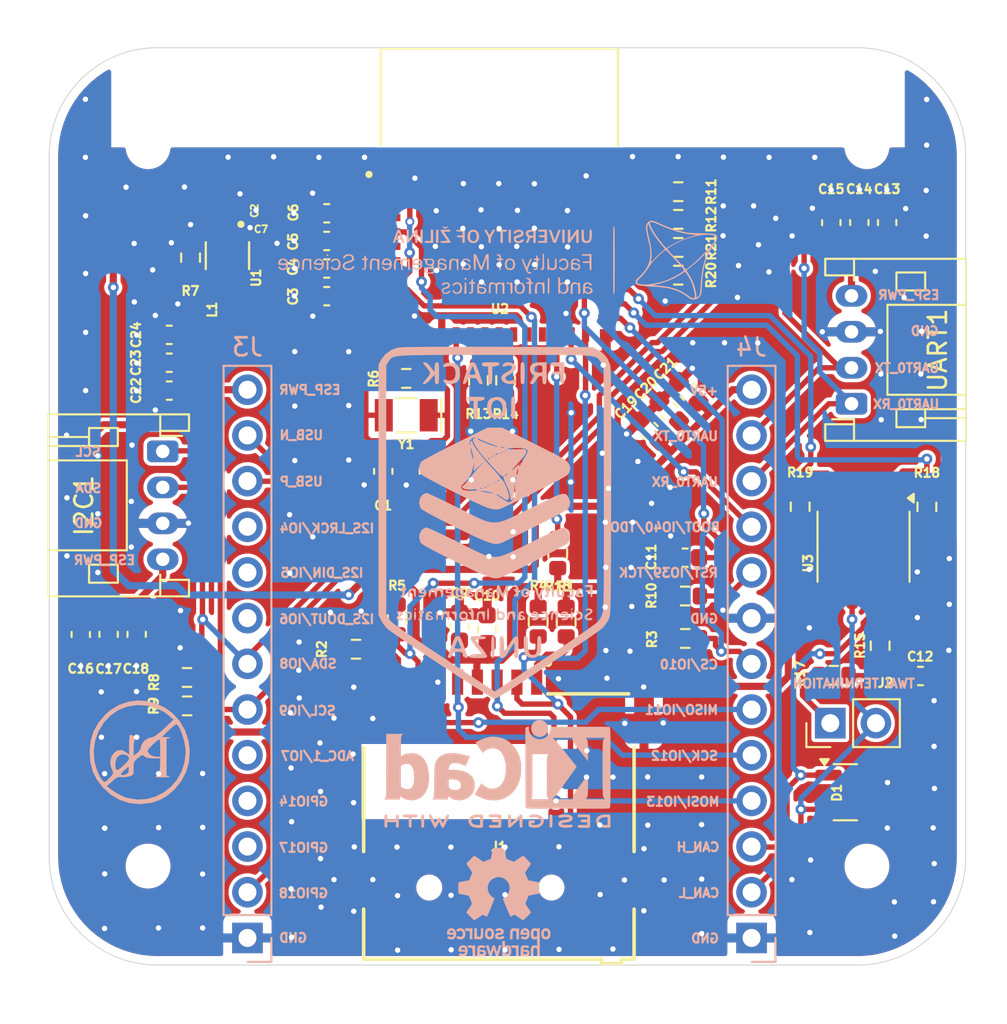
<source format=kicad_pcb>
(kicad_pcb (version 20241229) (generator "pcbnew") (generator_version "9.0")
  (layers (0 "F.Cu" signal) (2 "B.Cu" signal) (13 "F.Paste" user) (15 "B.Paste" user) (5 "F.SilkS" user "F.Silkscreen") (7 "B.SilkS" user "B.Silkscreen") (1 "F.Mask" user) (3 "B.Mask" user) (25 "Edge.Cuts" user))
  (net 0 "")
  (net 1 "XTAL_32K_P")
  (net 2 "ESP_PWR")
  (net 3 "XTAL_32K_N")
  (net 4 "SD_CS")
  (net 5 "+5V")
  (net 6 "UART0_TX")
  (net 7 "UART0_RX")
  (net 8 "SD_DAT_2")
  (net 9 "SD_DAT_1")
  (net 10 "MISO")
  (net 11 "CAN_L")
  (net 12 "SDA")
  (net 13 "I2S_DIN")
  (net 14 "CS")
  (net 15 "GPIO14")
  (net 16 "GPIO17")
  (net 17 "SCK")
  (net 18 "SCL")
  (net 19 "MOSI")
  (net 20 "CAN_H")
  (net 21 "I2S_DOUT")
  (net 22 "I2S_LRCK")
  (net 23 "ADC_1")
  (net 24 "FLASH_RST")
  (net 25 "USB_P_HD")
  (net 26 "USB_N_HD")
  (net 27 "FLASH_BOOT")
  (net 28 "Net-(U1-SW)")
  (net 29 "Net-(U2-TXD0)")
  (net 30 "Net-(U2-RXD0)")
  (net 31 "Net-(U2-IO12)")
  (net 32 "Net-(U2-IO13)")
  (net 33 "Net-(U1-VSET)")
  (net 34 "Net-(U2-IO8)")
  (net 35 "Net-(U2-IO22)")
  (net 36 "Net-(U2-IO23)")
  (net 46 "GND")
  (net 48 "CAN_D")
  (net 49 "CAN_R")
  (net 55 "Net-(J2-Pin_1)")
  (net 56 "Net-(C12-Pad1)")
  (footprint "Capacitor_SMD:C_0603_1608Metric" (layer "F.Cu") (at 143.595 84.99 180)
    (property "Reference" "C22")
    (property "Value" "2.2uF")
  )
  (footprint "ESP32-C6-MINI-1-H4:XCVR_ESP32-C6-MINI-1-H4" (layer "F.Cu") (at 161.9575 76.97)
    (property "Reference" "U2")
    (property "Value" "ESP32-C6-MINI-1-H4")
  )
  (footprint "Capacitor_SMD:C_0603_1608Metric" (layer "F.Cu") (at 180.43 75.65 90)
    (property "Reference" "C15")
    (property "Value" "1nF")
  )
  (footprint "Resistor_SMD:R_0603_1608Metric" (layer "F.Cu") (at 144.58 100.94 180)
    (property "Reference" "R8")
    (property "Value" "4K7")
  )
  (footprint "Resistor_SMD:R_0603_1608Metric" (layer "F.Cu") (at 165.68 97.835 90)
    (property "Reference" "R1")
    (property "Value" "10K")
  )
  (footprint "DFE201612E-2R2M_P2:INDC2016X120N" (layer "F.Cu") (at 148.04 80.49)
    (property "Reference" "L1")
    (property "Value" "2.2uH")
  )
  (footprint "Resistor_SMD:R_0603_1608Metric" (layer "F.Cu") (at 185.75 91.455 -90)
    (property "Reference" "R18")
    (property "Value" "4K7")
  )
  (footprint "Resistor_SMD:R_0603_1608Metric" (layer "F.Cu") (at 178.7 91.445 90)
    (property "Reference" "R19")
    (property "Value" "4K7")
  )
  (footprint "Resistor_SMD:R_0603_1608Metric" (layer "F.Cu") (at 156.78 84.31 180)
    (property "Reference" "R6")
    (property "Value" "?")
  )
  (footprint "Capacitor_SMD:C_0603_1608Metric" (layer "F.Cu") (at 181.99 75.645 90)
    (property "Reference" "C14")
    (property "Value" "100nF")
  )
  (footprint "Resistor_SMD:R_0603_1608Metric" (layer "F.Cu") (at 165.21 94.035 -90)
    (property "Reference" "R16")
    (property "Value" "10K")
  )
  (footprint "Capacitor_SMD:C_0603_1608Metric" (layer "F.Cu") (at 170.322422 87.230546 135)
    (property "Reference" "C19")
    (property "Value" "2.2uF")
  )
  (footprint "GRM155R61A475MEAAD:CAPC1005X65N" (layer "F.Cu") (at 147.087 74.97)
    (property "Reference" "C2")
    (property "Value" "4.7uF")
  )
  (footprint "MountingHole:MountingHole_2mm" (layer "F.Cu") (at 142.412641 71.427359)
    (property "Reference" "REF**" (hide yes))
    (property "Value" "MountingHole_2mm")
  )
  (footprint "Capacitor_SMD:C_0603_1608Metric" (layer "F.Cu") (at 152.355 78.2 180)
    (property "Reference" "C4")
    (property "Value" "100nF")
  )
  (footprint "Resistor_SMD:R_0603_1608Metric" (layer "F.Cu") (at 162.31 84.42 90)
    (property "Reference" "R14")
    (property "Value" "22")
  )
  (footprint "Resistor_SMD:R_0603_1608Metric" (layer "F.Cu") (at 156.28 97.715 90)
    (property "Reference" "R5")
    (property "Value" "47K")
  )
  (footprint "Package_TO_SOT_SMD:SOT-23" (layer "F.Cu") (at 181.2125 107.32)
    (property "Reference" "D1")
    (property "Value" "PESD1CAN")
  )
  (footprint "Capacitor_SMD:C_0603_1608Metric" (layer "F.Cu") (at 161.28 98.255 90)
    (property "Reference" "C10")
    (property "Value" "100nF")
  )
  (footprint "Resistor_SMD:R_0603_1608Metric" (layer "F.Cu") (at 153.985 99.37 180)
    (property "Reference" "R2")
    (property "Value" "10K")
  )
  (footprint "Capacitor_SMD:C_0603_1608Metric" (layer "F.Cu") (at 158.04 89.475 90)
    (property "Reference" "C8")
    (property "Value" "15pF")
  )
  (footprint "Capacitor_SMD:C_0603_1608Metric" (layer "F.Cu") (at 185.395 100.86)
    (property "Reference" "C12")
    (property "Value" "4.7nF")
  )
  (footprint "Resistor_SMD:R_0603_1608Metric" (layer "F.Cu") (at 160.8 84.42 90)
    (property "Reference" "R13")
    (property "Value" "22")
  )
  (footprint "Resistor_SMD:R_0603_1608Metric" (layer "F.Cu") (at 180.565 100.82 180)
    (property "Reference" "R17")
    (property "Value" "60")
  )
  (footprint "Package_SO:SOIC-8_3.9x4.9mm_P1.27mm" (layer "F.Cu") (at 182.225 93.67 -90)
    (property "Reference" "U3")
    (property "Value" "SN65HVD232")
  )
  (footprint "Capacitor_SMD:C_0603_1608Metric" (layer "F.Cu") (at 152.355 76.67 180)
    (property "Reference" "C5")
    (property "Value" "1nF")
  )
  (footprint "Capacitor_SMD:C_0603_1608Metric" (layer "F.Cu") (at 159.74 98.115 90)
    (property "Reference" "C9")
    (property "Value" "10uF")
  )
  (footprint "MountingHole:MountingHole_2mm" (layer "F.Cu") (at 142.412641 111.427359)
    (property "Reference" "REF**" (hide yes))
    (property "Value" "MountingHole_2mm")
  )
  (footprint "Capacitor_SMD:C_0603_1608Metric" (layer "F.Cu") (at 172.295 94.28 180)
    (property "Reference" "C11")
    (property "Value" "0.1uF")
  )
  (footprint "Resistor_SMD:R_0603_1608Metric" (layer "F.Cu") (at 171.915 73.93 180)
    (property "Reference" "R11")
    (property "Value" "22")
  )
  (footprint "Capacitor_SMD:C_0603_1608Metric" (layer "F.Cu") (at 183.54 75.645 90)
    (property "Reference" "C13")
    (property "Value" "2.2uF")
  )
  (footprint "Capacitor_SMD:C_0603_1608Metric" (layer "F.Cu") (at 138.67 98.55 -90)
    (property "Reference" "C16")
    (property "Value" "2.2uF")
  )
  (footprint "Resistor_SMD:R_0603_1608Metric" (layer "F.Cu") (at 172.295 96.41)
    (property "Reference" "R10")
    (property "Value" "10K")
  )
  (footprint "MEM2075-00-140-01-A:GCT_MEM2075-00-140-01-A" (layer "F.Cu") (at 161.459184 112.62)
    (property "Reference" "J1")
    (property "Value" "MEM2075-00-140-01-A")
  )
  (footprint "Capacitor_SMD:C_0603_1608Metric" (layer "F.Cu") (at 171.411992 86.141992 135)
    (property "Reference" "C20")
    (property "Value" "100nF")
  )
  (footprint "Capacitor_SMD:C_0603_1608Metric" (layer "F.Cu") (at 143.595 81.89 180)
    (property "Reference" "C24")
    (property "Value" "1nF")
  )
  (footprint "Resistor_SMD:R_0603_1608Metric" (layer "F.Cu") (at 183.15 99.175 -90)
    (property "Reference" "R15")
    (property "Value" "60")
  )
  (footprint "Resistor_SMD:R_0603_1608Metric" (layer "F.Cu") (at 171.915 77.03 180)
    (property "Reference" "R21")
    (property "Value" "22")
  )
  (footprint "Connector_JST:JST_PH_S4B-PH-K_1x04_P2.00mm_Horizontal" (layer "F.Cu") (at 181.555476 85.72175 90)
    (property "Reference" "UART1")
    (property "Value" "Conn_01x04_Pin")
  )
  (footprint "Connector_JST:JST_PH_S4B-PH-K_1x04_P2.00mm_Horizontal" (layer "F.Cu") (at 143.23155 88.37 -90)
    (property "Reference" "I2C1")
    (property "Value" "Conn_01x04_Pin")
  )
  (footprint "GRM155R60J106ME44D:CAPC1005X55N" (layer "F.Cu") (at 148.7 77.232 90)
    (property "Reference" "C7")
    (property "Value" "10uF")
  )
  (footprint "Resistor_SMD:R_0603_1608Metric" (layer "F.Cu") (at 171.915 78.57 180)
    (property "Reference" "R20")
    (property "Value" "22")
  )
  (footprint "Resistor_SMD:R_0603_1608Metric" (layer "F.Cu") (at 164.12 97.835 90)
    (property "Reference" "R4")
    (property "Value" "22K")
  )
  (footprint "Capacitor_SMD:C_0603_1608Metric" (layer "F.Cu") (at 143.595 83.44 180)
    (property "Reference" "C23")
    (property "Value" "100nF")
  )
  (footprint "Resistor_SMD:R_0603_1608Metric" (layer "F.Cu") (at 144.59 102.52 180)
    (property "Reference" "R9")
    (property "Value" "4K7")
  )
  (footprint "Connector_PinHeader_2.54mm:PinHeader_1x02_P2.54mm_Vertical" (layer "F.Cu") (at 180.375 103.48 90)
    (property "Reference" "J2")
    (property "Value" "Conn_01x02_Pin")
  )
  (footprint "Capacitor_SMD:C_0603_1608Metric" (layer "F.Cu") (at 155.5 89.475 90)
    (property "Reference" "C1")
    (property "Value" "15pF")
  )
  (footprint "Resistor_SMD:R_0603_1608Metric" (layer "F.Cu") (at 171.915 75.47 180)
    (property "Reference" "R12")
    (property "Value" "22")
  )
  (footprint "Capacitor_SMD:C_0603_1608Metric" (layer "F.Cu") (at 152.355 75.13 180)
    (property "Reference" "C6")
    (property "Value" "100pF")
  )
  (footprint "Crystal:Crystal_SMD_G8-2Pin_3.2x1.5mm" (layer "F.Cu") (at 156.78 86.36 180)
    (property "Reference" "Y1")
    (property "Value" "32.768 kHz")
  )
  (footprint "Capacitor_SMD:C_0603_1608Metric" (layer "F.Cu") (at 141.78 98.545 -90)
    (property "Reference" "C18")
    (property "Value" "1nF")
  )
  (footprint "Resistor_SMD:R_0603_1608Metric" (layer "F.Cu") (at 144.78 77.595 90)
    (property "Reference" "R7")
    (property "Value" "267k")
  )
  (footprint "Capacitor_SMD:C_0603_1608Metric" (layer "F.Cu") (at 140.22 98.545 -90)
    (property "Reference" "C17")
    (property "Value" "100nF")
  )
  (footprint "MountingHole:MountingHole_2mm" (layer "F.Cu") (at 182.412641 71.427359)
    (property "Reference" "REF**" (hide yes))
    (property "Value" "MountingHole_2mm" (hide yes))
  )
  (footprint "Capacitor_SMD:C_0603_1608Metric" (layer "F.Cu") (at 152.355 79.74 180)
    (property "Reference" "C3")
    (property "Value" "22uF")
  )
  (footprint "TPS62840DLCR:SON50P200X150X100-8N" (layer "F.Cu") (at 146.83 77.4875 -90)
    (property "Reference" "U1")
    (property "Value" "TPS62840DLCR")
  )
  (footprint "Resistor_SMD:R_0603_1608Metric" (layer "F.Cu") (at 172.305 98.77 180)
    (property "Reference" "R3")
    (property "Value" "22K")
  )
  (footprint "Capacitor_SMD:C_0603_1608Metric" (layer "F.Cu") (at 172.492422 85.050546 135)
    (property "Reference" "C21")
    (property "Value" "1nF")
  )
  (footprint "MountingHole:MountingHole_2mm" (layer "F.Cu") (at 182.412641 111.427359)
    (property "Reference" "REF**" (hide yes))
    (property "Value" "MountingHole_2mm")
  )
  (footprint "User_imports:lead_free" (layer "B.Cu") (at 141.354784 105.022509 180)
    (property "Reference" "G***" (hide yes))
    (property "Value" "LOGO" (hide yes))
  )
  (footprint "Symbol:KiCad-Logo2_5mm_SilkScreen" (layer "B.Cu") (at 161.86 106.29 180)
    (property "Reference" "REF**" (hide yes))
    (property "Value" "KiCad-Logo2_5mm_SilkScreen" (hide yes))
  )
  (footprint "Connector_PinSocket_2.54mm:PinSocket_1x13_P2.54mm_Vertical" (layer "B.Cu") (at 175.995476 115.42175)
    (property "Reference" "J4")
    (property "Value" "Conn_01x13_Socket" (hide yes))
  )
  (footprint "Symbol:OSHW-Logo_5.7x6mm_SilkScreen" (layer "B.Cu") (at 161.93 113.43 180)
    (property "Reference" "REF**" (hide yes))
    (property "Value" "OSHW-Logo_5.7x6mm_SilkScreen" (hide yes))
  )
  (footprint "iot_footprint:iotlogo" (layer "B.Cu") (at 162.033897 92.887855 180)
    (property "Reference" "G***" (hide yes))
    (property "Value" "LOGO" (hide yes))
  )
  (footprint "User_imports:fri_logo" (layer "B.Cu") (at 161.89 77.78 180)
    (property "Reference" "G***" (hide yes))
    (property "Value" "LOGO" (hide yes))
  )
  (footprint "Connector_PinSocket_2.54mm:PinSocket_1x13_P2.54mm_Vertical" (layer "B.Cu") (at 147.945476 115.42175)
    (property "Reference" "J3")
    (property "Value" "Conn_01x13_Socket")
  )
  (gr_line (start 181.912641 116.927359) (end 142.912641 116.927359) (stroke (width 0.05)) (layer "Edge.Cuts"))
  (gr_line (start 142.912641 65.927359) (end 181.912641 65.927359) (stroke (width 0.05)) (layer "Edge.Cuts"))
  (gr_line (start 187.912641 71.927359) (end 187.912641 110.927359) (stroke (width 0.05)) (layer "Edge.Cuts"))
  (gr_arc (start 181.912641 65.927359) (mid 186.155282 67.684718) (end 187.912641 71.927359) (stroke (width 0.05)) (layer "Edge.Cuts"))
  (gr_line (start 136.912641 110.927359) (end 136.912641 71.927359) (stroke (width 0.05)) (layer "Edge.Cuts"))
  (gr_arc (start 187.912641 110.927359) (mid 186.155282 115.17) (end 181.912641 116.927359) (stroke (width 0.05)) (layer "Edge.Cuts"))
  (gr_arc (start 136.912641 71.927359) (mid 138.67 67.684718) (end 142.912641 65.927359) (stroke (width 0.05)) (layer "Edge.Cuts"))
  (gr_arc (start 142.912641 116.927359) (mid 138.67 115.17) (end 136.912641 110.927359) (stroke (width 0.05)) (layer "Edge.Cuts"))
  (gr_text "I2S_DIN/IO5" (at 154.47 95.415 0) (layer "B.SilkS") (effects (font (size 0.5 0.5) (thickness 0.125) (bold yes)) (justify left bottom mirror)))
  (gr_text "SCL/IO9" (at 152.93 103.08 0) (layer "B.SilkS") (effects (font (size 0.5 0.5) (thickness 0.125) (bold yes)) (justify left bottom mirror)))
  (gr_text "CAN_L\n" (at 174.275 113.215 0) (layer "B.SilkS") (effects (font (size 0.5 0.5) (thickness 0.125) (bold yes)) (justify left bottom mirror)))
  (gr_text "UART0_TX" (at 186.5 84.03 0) (layer "B.SilkS") (effects (font (size 0.5 0.5) (thickness 0.125) (bold yes)) (justify left bottom mirror)))
  (gr_text "SCK/IO12" (at 174.2 105.59 0) (layer "B.SilkS") (effects (font (size 0.5 0.5) (thickness 0.125) (bold yes)) (justify left bottom mirror)))
  (gr_text "SCL\n" (at 139.85 88.69 0) (layer "B.SilkS") (effects (font (size 0.5 0.5) (thickness 0.125) (bold yes)) (justify left bottom mirror)))
  (gr_text "USB_N" (at 152.23 87.76 0) (layer "B.SilkS") (effects (font (size 0.5 0.5) (thickness 0.125) (bold yes)) (justify left bottom mirror)))
  (gr_text "ADC_1/IO7" (at 153.94 105.6 0) (layer "B.SilkS") (effects (font (size 0.5 0.5) (thickness 0.125) (bold yes)) (justify left bottom mirror)))
  (gr_text "USB_P" (at 152.21 90.34 0) (layer "B.SilkS") (effects (font (size 0.5 0.5) (thickness 0.125) (bold yes)) (justify left bottom mirror)))
  (gr_text "+5V" (at 174.2 85.29 0) (layer "B.SilkS") (effects (font (size 0.5 0.5) (thickness 0.125) (bold yes)) (justify left bottom mirror)))
  (gr_text "GPIO17" (at 152.51 110.7 0) (layer "B.SilkS") (effects (font (size 0.5 0.5) (thickness 0.125) (bold yes)) (justify left bottom mirror)))
  (gr_text "ESP_PWR" (at 186.52 79.97 0) (layer "B.SilkS") (effects (font (size 0.5 0.5) (thickness 0.125) (bold yes)) (justify left bottom mirror)))
  (gr_text "ESP_PWR" (at 141.762641 94.71 0) (layer "B.SilkS") (effects (font (size 0.5 0.5) (thickness 0.125) (bold yes)) (justify left bottom mirror)))
  (gr_text "GND\n" (at 186.47 81.97 0) (layer "B.SilkS") (effects (font (size 0.5 0.5) (thickness 0.125) (bold yes)) (justify left bottom mirror)))
  (gr_text "GND" (at 174.2 97.965 0) (layer "B.SilkS") (effects (font (size 0.5 0.5) (thickness 0.125) (bold yes)) (justify left bottom mirror)))
  (gr_text "MOSI/IO13\n" (at 174.275 108.14 0) (layer "B.SilkS") (effects (font (size 0.5 0.5) (thickness 0.125) (bold yes)) (justify left bottom mirror)))
  (gr_text "UART0_TX" (at 174.2 87.815 0) (layer "B.SilkS") (effects (font (size 0.5 0.5) (thickness 0.125) (bold yes)) (justify left bottom mirror)))
  (gr_text "GPIO18" (at 152.5 113.23 0) (layer "B.SilkS") (effects (font (size 0.5 0.5) (thickness 0.125) (bold yes)) (justify left bottom mirror)))
  (gr_text "CS/IO10" (at 174.2 100.515 0) (layer "B.SilkS") (effects (font (size 0.5 0.5) (thickness 0.125) (bold yes)) (justify left bottom mirror)))
  (gr_text "RST/IO39/TCK" (at 174.2 95.415 0) (layer "B.SilkS") (effects (font (size 0.5 0.5) (thickness 0.125) (bold yes)) (justify left bottom mirror)))
  (gr_text "GPIO14" (at 152.51 108.13 0) (layer "B.SilkS") (effects (font (size 0.5 0.5) (thickness 0.125) (bold yes)) (justify left bottom mirror)))
  (gr_text "GND" (at 151.33 115.71 0) (layer "B.SilkS") (effects (font (size 0.5 0.5) (thickness 0.125) (bold yes)) (justify left bottom mirror)))
  (gr_text "ESP_PWR" (at 153.19 85.24 0) (layer "B.SilkS") (effects (font (size 0.5 0.5) (thickness 0.15) (bold yes)) (justify left bottom mirror)))
  (gr_text "GND\n" (at 139.94 92.65 0) (layer "B.SilkS") (effects (font (size 0.5 0.5) (thickness 0.125) (bold yes)) (justify left bottom mirror)))
  (gr_text "GND" (at 174.25 115.74 0) (layer "B.SilkS") (effects (font (size 0.5 0.5) (thickness 0.125) (bold yes)) (justify left bottom mirror)))
  (gr_text "MISO/IO11" (at 174.2 103.04 0) (layer "B.SilkS") (effects (font (size 0.5 0.5) (thickness 0.125) (bold yes)) (justify left bottom mirror)))
  (gr_text "UART0_RX" (at 174.2 90.365 0) (layer "B.SilkS") (effects (font (size 0.5 0.5) (thickness 0.125) (bold yes)) (justify left bottom mirror)))
  (gr_text "I2S_LRCK/IO4" (at 155.07 92.94 0) (layer "B.SilkS") (effects (font (size 0.5 0.5) (thickness 0.125) (bold yes)) (justify left bottom mirror)))
  (gr_text "SDA\n" (at 139.88 90.71 0) (layer "B.SilkS") (effects (font (size 0.5 0.5) (thickness 0.125) (bold yes)) (justify left bottom mirror)))
  (gr_text "CAN_H" (at 174.275 110.665 0) (layer "B.SilkS") (effects (font (size 0.5 0.5) (thickness 0.125) (bold yes)) (justify left bottom mirror)))
  (gr_text "UART0_RX\n" (at 186.51 86.04 0) (layer "B.SilkS") (effects (font (size 0.5 0.5) (thickness 0.125) (bold yes)) (justify left bottom mirror)))
  (gr_text "I2S_DOUT/IO6" (at 155.07 97.99 0) (layer "B.SilkS") (effects (font (size 0.5 0.5) (thickness 0.125) (bold yes)) (justify left bottom mirror)))
  (gr_text "SDA/IO8" (at 152.98 100.47 0) (layer "B.SilkS") (effects (font (size 0.5 0.5) (thickness 0.125) (bold yes)) (justify left bottom mirror)))
  (gr_text "BOOT/IO40/TDO\n" (at 174.31 92.88 0) (layer "B.SilkS") (effects (font (size 0.5 0.5) (thickness 0.125) (bold yes)) (justify left bottom mirror)))
  (gr_text "TWAI TERMINATION \n" (at 185.15 101.57 0) (layer "B.SilkS") (effects (font (size 0.5 0.5) (thickness 0.125) (bold yes)) (justify left bottom mirror)))
  (segment (start 154.53 84.905) (end 155.125 84.31) (width 0.3) (layer "F.Cu") (net 1))
  (segment (start 157.1575 83.0125) (end 157.1575 81.87) (width 0.3) (layer "F.Cu") (net 1))
  (segment (start 155.31 83.39) (end 156.78 83.39) (width 0.3) (layer "F.Cu") (net 1))
  (segment (start 154.53 87.56) (end 154.53 84.905) (width 0.3) (layer "F.Cu") (net 1))
  (segment (start 155.955 84.31) (end 155.125 84.31) (width 0.3) (layer "F.Cu") (net 1))
  (segment (start 156.78 83.39) (end 157.1575 83.0125) (width 0.3) (layer "F.Cu") (net 1))
  (segment (start 155.125 83.575) (end 155.31 83.39) (width 0.3) (layer "F.Cu") (net 1))
  (segment (start 154.75 87.78) (end 154.53 87.56) (width 0.3) (layer "F.Cu") (net 1))
  (segment (start 155.5 88.7) (end 155.5 87.91) (width 0.3) (layer "F.Cu") (net 1))
  (segment (start 155.5 87.91) (end 155.37 87.78) (width 0.3) (layer "F.Cu") (net 1))
  (segment (start 155.37 87.78) (end 154.75 87.78) (width 0.3) (layer "F.Cu") (net 1))
  (segment (start 155.53 86.36) (end 154.605 86.36) (width 0.3) (layer "F.Cu") (net 1))
  (segment (start 155.125 84.31) (end 155.125 83.575) (width 0.3) (layer "F.Cu") (net 1))
  (segment (start 161.28 99.03) (end 161.28 99.97) (width 0.4) (layer "F.Cu") (net 2))
  (segment (start 145.51825 84.94175) (end 145.47 84.99) (width 0.4) (layer "F.Cu") (net 2))
  (segment (start 138.69 88.13) (end 139.93 86.89) (width 0.4) (layer "F.Cu") (net 2))
  (segment (start 147.945476 84.94175) (end 145.51825 84.94175) (width 0.4) (layer "F.Cu") (net 2))
  (segment (start 170.26 96.16) (end 170.26 96.4) (width 0.4) (layer "F.Cu") (net 2))
  (segment (start 138.7 96.69) (end 138.69 96.7) (width 0.4) (layer "F.Cu") (net 2))
  (segment (start 180.43 77.25) (end 180.44 77.26) (width 0.4) (layer "F.Cu") (net 2))
  (segment (start 159.33 99.97) (end 160.71 99.97) (width 0.4) (layer "F.Cu") (net 2))
  (segment (start 145.47 81.89) (end 144.37 81.89) (width 0.4) (layer "F.Cu") (net 2))
  (segment (start 181.58 93.7) (end 181.57 93.71) (width 0.4) (layer "F.Cu") (net 2))
  (segment (start 183.54 77.23) (end 183.55 77.24) (width 0.4) (layer "F.Cu") (net 2))
  (segment (start 154.221874 75.13) (end 154.23 75.138126) (width 0.4) (layer "F.Cu") (net 2))
  (segment (start 155.16 96.3) (end 155.16 97.95) (width 0.4) (layer "F.Cu") (net 2))
  (segment (start 186.93 80.44) (end 183.75 77.26) (width 0.4) (layer "F.Cu") (net 2))
  (segment (start 144.73 86.89) (end 145.47 86.15) (width 0.4) (layer "F.Cu") (net 2))
  (segment (start 161.28 99.97) (end 162.1 99.97) (width 0.4) (layer "F.Cu") (net 2))
  (segment (start 155.56 95.9) (end 155.16 96.3) (width 0.4) (layer "F.Cu") (net 2))
  (segment (start 140.22 97.77) (end 140.22 96.69) (width 0.4) (layer "F.Cu") (net 2))
  (segment (start 181.99 76.42) (end 181.99 77.23) (width 0.4) (layer "F.Cu") (net 2))
  (segment (start 181.59 91.195) (end 181.58 91.205) (width 0.4) (layer "F.Cu") (net 2))
  (segment (start 159.74 98.89) (end 159.74 99.96) (width 0.4) (layer "F.Cu") (net 2))
  (segment (start 165.21 94.86) (end 165.21 95.89) (width 0.4) (layer "F.Cu") (net 2))
  (segment (start 159.33 99.97) (end 158.64 99.28) (width 0.4) (layer "F.Cu") (net 2))
  (segment (start 173.67275 101.43275) (end 177.48725 101.43275) (width 0.4) (layer "F.Cu") (net 2))
  (segment (start 185.76 93.71) (end 186.13 93.71) (width 0.4) (layer "F.Cu") (net 2))
  (segment (start 157.86 99.28) (end 157.33 98.75) (width 0.4) (layer "F.Cu") (net 2))
  (segment (start 178.69 93.71) (end 185.76 93.71) (width 0.4) (layer "F.Cu") (net 2))
  (segment (start 147.84 79.03) (end 147.631 78.821) (width 0.4) (layer "F.Cu") (net 2))
  (segment (start 156.28 96.72) (end 156.28 95.9) (width 0.4) (layer "F.Cu") (net 2))
  (segment (start 148.9 80.49) (end 148.9 78.72) (width 0.4) (layer "F.Cu") (net 2))
  (segment (start 178.7 93.7) (end 178.69 93.71) (width 0.4) (layer "F.Cu") (net 2))
  (segment (start 170.26 99.44) (end 170.7 99.88) (width 0.4) (layer "F.Cu") (net 2))
  (segment (start 141.82 96.69) (end 142.46 96.69) (width 0.4) (layer "F.Cu") (net 2))
  (segment (start 143.765 102.52) (end 142.84 102.52) (width 0.4) (layer "F.Cu") (net 2))
  (segment (start 138.67 97.775) (end 138.69 97.755) (width 0.4) (layer "F.Cu") (net 2))
  (segment (start 157.33 96.23) (end 157 95.9) (width 0.4) (layer "F.Cu") (net 2))
  (segment (start 160.71 101.170816) (end 160.739184 101.2) (width 0.4) (layer "F.Cu") (net 2))
  (segment (start 160.71 99.97) (end 160.71 101.170816) (width 0.4) (layer "F.Cu") (net 2))
  (segment (start 148.9 79.41) (end 148.52 79.03) (width 0.4) (layer "F.Cu") (net 2))
  (segment (start 178.04 94.19) (end 178.52 93.71) (width 0.4) (layer "F.Cu") (net 2))
  (segment (start 165.21 95.89) (end 165.69 95.89) (width 0.4) (layer "F.Cu") (net 2))
  (segment (start 153.16 99.37) (end 151.83 99.37) (width 0.4) (layer "F.Cu") (net 2))
  (segment (start 171.47 96.41) (end 170.27 96.41) (width 0.4) (layer "F.Cu") (net 2))
  (segment (start 177.48725 101.43275) (end 178.04 100.88) (width 0.4) (layer "F.Cu") (net 2))
  (segment (start 157 95.9) (end 155.56 95.9) (width 0.4) (layer "F.Cu") (net 2))
  (segment (start 185.75 92.28) (end 185.75 93.7) (width 0.4) (layer "F.Cu") (net 2))
  (segment (start 145.47 83.44) (end 144.37 83.44) (width 0.4) (layer "F.Cu") (net 2))
  (segment (start 186.93 92.91) (end 186.93 80.44) (width 0.4) (layer "F.Cu") (net 2))
  (segment (start 181.555476 78.375476) (end 180.44 77.26) (width 0.4) (layer "F.Cu") (net 2))
  (segment (start 142.84 97.07) (end 142.84 103.4) (width 0.4) (layer "F.Cu") (net 2))
  (segment (start 151.83 98.96) (end 151.83 99.37) (width 0.4) (layer "F.Cu") (net 2))
  (segment (start 160.71 99.97) (end 161.28 99.97) (width 0.4) (layer "F.Cu") (net 2))
  (segment (start 150.33 80.79) (end 150.33 81.66) (width 0.4) (layer "F.Cu") (net 2))
  (segment (start 183.54 76.42) (end 183.54 77.23) (width 0.4) (layer "F.Cu") (net 2))
  (segment (start 159.33 99.97) (end 159.75 99.97) (width 0.4) (layer "F.Cu") (net 2))
  (segment (start 142.84 103.4) (end 143.41275 103.97275) (width 0.4) (layer "F.Cu") (net 2))
  (segment (start 143.41275 103.97275) (end 150.87725 103.97275) (width 0.4) (layer "F.Cu") (net 2))
  (segment (start 154.221874 75.078126) (end 154.221874 75.13) (width 0.4) (layer "F.Cu") (net 2))
  (segment (start 152.46 98.33) (end 151.83 98.96) (width 0.4) (layer "F.Cu") (net 2))
  (segment (start 158.64 99.28) (end 157.86 99.28) (width 0.4) (layer "F.Cu") (net 2))
  (segment (start 153.13 79.74) (end 154.22 79.74) (width 0.4) (layer "F.Cu") (net 2))
  (segment (start 153.13 78.2) (end 154.22 78.2) (width 0.4) (layer "F.Cu") (net 2))
  (segment (start 150.87725 103.97275) (end 151.83 103.02) (width 0.4) (layer "F.Cu") (net 2))
  (segment (start 155.16 97.95) (end 154.78 98.33) (width 0.4) (layer "F.Cu") (net 2))
  (segment (start 148.52 79.03) (end 147.84 79.03) (width 0.4) (layer "F.Cu") (net 2))
  (segment (start 144.37 84.99) (end 145.47 84.99) (width 0.4) (layer "F.Cu") (net 2))
  (segment (start 148.7 78.52) (end 148.7 77.664) (width 0.4) (layer "F.Cu") (net 2))
  (segment (start 162.59 99.48) (end 162.59 96.3) (width 0.4) (layer "F.Cu") (net 2))
  (segment (start 143.755 100.94) (end 142.85 100.94) (width 0.4) (layer "F.Cu") (net 2))
  (segment (start 154.23 75.138126) (end 154.23 81.31) (width 0.4) (layer "F.Cu") (net 2))
  (segment (start 180.43 76.425) (end 180.43 77.25) (width 0.4) (layer "F.Cu") (net 2))
  (segment (start 148.9 78.72) (end 148.7 78.52) (width 0.4) (layer "F.Cu") (net 2))
  (segment (start 181.58 91.205) (end 181.58 93.7) (width 0.4) (layer "F.Cu") (net 2))
  (segment (start 157.33 98.75) (end 157.33 96.23) (width 0.4) (layer "F.Cu") (net 2))
  (segment (start 148.9 80.49) (end 150.03 80.49) (width 0.4) (layer "F.Cu") (net 2))
  (segment (start 169.99 95.89) (end 170.26 96.16) (width 0.4) (layer "F.Cu") (net 2))
  (segment (start 170.26 98.77) (end 170.26 99.44) (width 0.4) (layer "F.Cu") (net 2))
  (segment (start 141.82 97.775) (end 141.82 96.69) (width 0.4) (layer "F.Cu") (net 2))
  (segment (start 143.23 94.37155) (end 143.23155 94.37) (width 0.4) (layer "F.Cu") (net 2))
  (segment (start 170.27 96.41) (end 170.26 96.4) (width 0.4) (layer "F.Cu") (net 2))
  (segment (start 165.68 95.9) (end 165.69 95.89) (width 0.4) (layer "F.Cu") (net 2))
  (segment (start 138.69 97.755) (end 138.69 88.13) (width 0.4) (layer "F.Cu") (net 2))
  (segment (start 162.59 96.3) (end 163 95.89) (width 0.4) (layer "F.Cu") (net 2))
  (segment (start 178.52 93.71) (end 178.69 93.71) (width 0.4) (layer "F.Cu") (net 2))
  (segment (start 164.12 95.89) (end 165.21 95.89) (width 0.4) (layer "F.Cu") (net 2))
  (segment (start 170.26 96.4) (end 170.26 98.77) (width 0.4) (layer "F.Cu") (net 2))
  (segment (start 159.74 99.96) (end 159.75 99.97) (width 0.4) (layer "F.Cu") (net 2))
  (segment (start 153.65 81.89) (end 145.47 81.89) (width 0.4) (layer "F.Cu") (net 2))
  (segment (start 170.7 99.88) (end 172.12 99.88) (width 0.4) (layer "F.Cu") (net 2))
  (segment (start 151.83 103.02) (end 151.83 99.37) (width 0.4) (layer "F.Cu") (net 2))
  (segment (start 163 95.89) (end 164.12 95.89) (width 0.4) (layer "F.Cu") (net 2))
  (segment (start 164.12 97.01) (end 164.12 95.89) (width 0.4) (layer "F.Cu") (net 2))
  (segment (start 154.73 74.57) (end 154.221874 75.078126) (width 0.4) (layer "F.Cu") (net 2))
  (segment (start 165.68 97.01) (end 165.68 95.9) (width 0.4) (layer "F.Cu") (net 2))
  (segment (start 181.555476 79.72175) (end 181.555476 78.375476) (width 0.4) (layer "F.Cu") (net 2))
  (segment (start 162.1 99.97) (end 162.59 99.48) (width 0.4) (layer "F.Cu") (net 2))
  (segment (start 165.69 95.89) (end 169.99 95.89) (width 0.4) (layer "F.Cu") (net 2))
  (segment (start 183.75 77.26) (end 180.44 77.26) (width 0.4) (layer "F.Cu") (net 2))
  (segment (start 186.13 93.71) (end 186.93 92.91) (width 0.4) (layer "F.Cu") (net 2))
  (segment (start 171.48 98.77) (end 170.26 98.77) (width 0.4) (layer "F.Cu") (net 2))
  (segment (start 141.82 96.69) (end 138.7 96.69) (width 0.4) (layer "F.Cu") (net 2))
  (segment (start 153.13 76.67) (end 154.221874 76.67) (width 0.4) (layer "F.Cu") (net 2))
  (segment (start 142.46 96.69) (end 142.84 97.07) (width 0.4) (layer "F.Cu") (net 2))
  (segment (start 147.631 78.821) (end 147.631 78.1725) (width 0.4) (layer "F.Cu") (net 2))
  (segment (start 153.13 75.13) (end 154.221874 75.13) (width 0.4) (layer "F.Cu") (net 2))
  (segment (start 178.7 92.27) (end 178.7 93.7) (width 0.4) (layer "F.Cu") (net 2))
  (segment (start 150.03 80.49) (end 150.33 80.79) (width 0.4) (layer "F.Cu") (net 2))
  (segment (start 141.82 96.69) (end 143.23 95.28) (width 0.4) (layer "F.Cu") (net 2))
  (segment (start 185.75 93.7) (end 185.76 93.71) (width 0.4) (layer "F.Cu") (net 2))
  (segment (start 139.93 86.89) (end 144.73 86.89) (width 0.4) (layer "F.Cu") (net 2))
  (segment (start 172.12 99.88) (end 173.67275 101.43275) (width 0.4) (layer "F.Cu") (net 2))
  (segment (start 156.0575 74.57) (end 154.73 74.57) (width 0.4) (layer "F.Cu") (net 2))
  (segment (start 154.23 81.31) (end 153.65 81.89) (width 0.4) (layer "F.Cu") (net 2))
  (segment (start 145.47 86.15) (end 145.47 81.89) (width 0.4) (layer "F.Cu") (net 2))
  (segment (start 154.78 98.33) (end 152.46 98.33) (width 0.4) (layer "F.Cu") (net 2))
  (segment (start 178.04 100.88) (end 178.04 94.19) (width 0.4) (layer "F.Cu") (net 2))
  (segment (start 143.23 95.28) (end 143.23 94.37155) (width 0.4) (layer "F.Cu") (net 2))
  (segment (start 158.04 88.7) (end 158.04 87.89) (width 0.3) (layer "F.Cu") (net 3))
  (segment (start 158.83 87.77) (end 159.07 87.53) (width 0.3) (layer "F.Cu") (net 3))
  (segment (start 158.435 84.31) (end 158.435 83.495) (width 0.3) (layer "F.Cu") (net 3))
  (segment (start 158.435 83.495) (end 157.9575 83.0175) (width 0.3) (layer "F.Cu") (net 3))
  (segment (start 157.9575 83.0175) (end 157.9575 81.87) (width 0.3) (layer "F.Cu") (net 3))
  (segment (start 158.03 86.36) (end 158.945 86.36) (width 0.3) (layer "F.Cu") (net 3))
  (segment (start 159.07 87.53) (end 159.07 84.945) (width 0.3) (layer "F.Cu") (net 3))
  (segment (start 159.07 84.945) (end 158.435 84.31) (width 0.3) (layer "F.Cu") (net 3))
  (segment (start 158.23 87.77) (end 158.83 87.77) (width 0.3) (layer "F.Cu") (net 3))
  (segment (start 158.21 87.79) (end 158.23 87.77) (width 0.3) (layer "F.Cu") (net 3))
  (segment (start 158.14 87.79) (end 158.21 87.79) (width 0.3) (layer "F.Cu") (net 3))
  (segment (start 158.04 87.89) (end 158.14 87.79) (width 0.3) (layer "F.Cu") (net 3))
  (segment (start 157.605 84.31) (end 158.435 84.31) (width 0.3) (layer "F.Cu") (net 3))
  (segment (start 162.939184 102.129184) (end 163.23 102.42) (width 0.3) (layer "F.Cu") (net 4))
  (segment (start 163.23 102.42) (end 165.22 102.42) (width 0.3) (layer "F.Cu") (net 4))
  (segment (start 166.7575 81.87) (end 166.7575 85.2425) (width 0.3) (layer "F.Cu") (net 4))
  (segment (start 165.22 102.42) (end 165.301 102.501) (width 0.3) (layer "F.Cu") (net 4))
  (segment (start 165.92 103.13) (end 165.92 109) (width 0.3) (layer "F.Cu") (net 4))
  (segment (start 165.92 109) (end 165.48 109.44) (width 0.3) (layer "F.Cu") (net 4))
  (segment (start 151.387226 109.44) (end 147.945476 112.88175) (width 0.3) (layer "F.Cu") (net 4))
  (segment (start 165.48 109.44) (end 151.387226 109.44) (width 0.3) (layer "F.Cu") (net 4))
  (segment (start 165.301 102.501) (end 165.301 102.511) (width 0.3) (layer "F.Cu") (net 4))
  (segment (start 163.61 99.55) (end 163.97 99.55) (width 0.3) (layer "F.Cu") (net 4))
  (segment (start 164.12 99.4) (end 164.12 98.66) (width 0.3) (layer "F.Cu") (net 4))
  (segment (start 162.939184 101.2) (end 162.939184 102.129184) (width 0.3) (layer "F.Cu") (net 4))
  (segment (start 163.33 99.83) (end 163.61 99.55) (width 0.3) (layer "F.Cu") (net 4))
  (segment (start 166.7575 85.2425) (end 166.74 85.26) (width 0.3) (layer "F.Cu") (net 4))
  (segment (start 165.301 102.511) (end 165.92 103.13) (width 0.3) (layer "F.Cu") (net 4))
  (segment (start 163.97 99.55) (end 164.12 99.4) (width 0.3) (layer "F.Cu") (net 4))
  (via (at 165.22 102.42) (size 0.6) (drill 0.3) (layers "F.Cu" "B.Cu") (net 4))
  (via (at 163.33 99.83) (size 0.6) (drill 0.3) (layers "F.Cu" "B.Cu") (net 4))
  (via (at 166.74 85.26) (size 0.6) (drill 0.3) (layers "F.Cu" "B.Cu") (net 4))
  (segment (start 163.33 99.83) (end 163.37 99.87) (width 0.3) (layer "B.Cu") (net 4))
  (segment (start 163.37 99.87) (end 166.32 99.87) (width 0.3) (layer "B.Cu") (net 4))
  (segment (start 163.33 100.53) (end 163.33 99.83) (width 0.3) (layer "B.Cu") (net 4))
  (segment (start 165.22 102.42) (end 163.33 100.53) (width 0.3) (layer "B.Cu") (net 4))
  (segment (start 166.74 99.45) (end 166.74 85.26) (width 0.3) (layer "B.Cu") (net 4))
  (segment (start 166.32 99.87) (end 166.74 99.45) (width 0.3) (layer "B.Cu") (net 4))
  (segment (start 164.61 91.42) (end 168.46 91.42) (width 0.4) (layer "F.Cu") (net 5))
  (segment (start 163.96 92.07) (end 164.61 91.42) (width 0.4) (layer "F.Cu") (net 5))
  (segment (start 168.46 91.42) (end 174.93825 84.94175) (width 0.4) (layer "F.Cu") (net 5))
  (segment (start 153.58 96.34) (end 154.99 94.93) (width 0.4) (layer "F.Cu") (net 5))
  (segment (start 171.483984 88.392108) (end 171.483984 88.393984) (width 0.4) (layer "F.Cu") (net 5))
  (segment (start 170.87043 87.778554) (end 171.483984 88.392108) (width 0.4) (layer "F.Cu") (net 5))
  (segment (start 172.57 87.3) (end 172.58 87.3) (width 0.4) (layer "F.Cu") (net 5))
  (segment (start 147.08 76.8025) (end 147.08 75.656) (width 0.3) (layer "F.Cu") (net 5))
  (segment (start 174.93825 84.94175) (end 175.995476 84.94175) (width 0.4) (layer "F.Cu") (net 5))
  (segment (start 146.65 74.97) (end 146.02 74.97) (width 0.3) (layer "F.Cu") (net 5))
  (segment (start 171.96 86.69) (end 172.57 87.3) (width 0.4) (layer "F.Cu") (net 5))
  (segment (start 146.08 76.21) (end 146.08 76.8025) (width 0.3) (layer "F.Cu") (net 5))
  (segment (start 140.48 76.29) (end 141.8 74.97) (width 0.4) (layer "F.Cu") (net 5))
  (segment (start 140.48 79.25) (end 140.48 76.29) (width 0.4) (layer "F.Cu") (net 5))
  (segment (start 146.02 74.97) (end 145.68 75.31) (width 0.3) (layer "F.Cu") (net 5))
  (segment (start 141.8 74.97) (end 146.02 74.97) (width 0.4) (layer "F.Cu") (net 5))
  (segment (start 163.71 94.93) (end 163.96 94.68) (width 0.4) (layer "F.Cu") (net 5))
  (segment (start 145.68 75.31) (end 145.68 75.81) (width 0.3) (layer "F.Cu") (net 5))
  (segment (start 154.99 94.93) (end 163.71 94.93) (width 0.4) (layer "F.Cu") (net 5))
  (segment (start 147.08 75.656) (end 146.65 75.226) (width 0.3) (layer "F.Cu") (net 5))
  (segment (start 163.96 94.68) (end 163.96 92.07) (width 0.4) (layer "F.Cu") (net 5))
  (segment (start 173.04043 85.598554) (end 173.655 86.213124) (width 0.4) (layer "F.Cu") (net 5))
  (segment (start 145.68 75.81) (end 146.08 76.21) (width 0.3) (layer "F.Cu") (net 5))
  (segment (start 146.65 75.226) (end 146.65 74.97) (width 0.3) (layer "F.Cu") (net 5))
  (via (at 140.48 79.25) (size 0.6) (drill 0.3) (layers "F.Cu" "B.Cu") (net 5))
  (via (at 153.58 96.34) (size 0.6) (drill 0.3) (layers "F.Cu" "B.Cu") (net 5))
  (segment (start 140.48 94.98) (end 140.48 79.25) (width 0.4) (layer "B.Cu") (net 5))
  (segment (start 141.34 95.84) (end 140.48 94.98) (width 0.4) (layer "B.Cu") (net 5))
  (segment (start 144.01 95.84) (end 141.34 95.84) (width 0.4) (layer "B.Cu") (net 5))
  (segment (start 144.52275 96.35275) (end 144.01 95.84) (width 0.4) (layer "B.Cu") (net 5))
  (segment (start 153.56725 96.35275) (end 144.52275 96.35275) (width 0.4) (layer "B.Cu") (net 5))
  (segment (start 153.58 96.34) (end 153.56725 96.35275) (width 0.4) (layer "B.Cu") (net 5))
  (segment (start 176.95 73.93) (end 172.74 73.93) (width 0.3) (layer "F.Cu") (net 6))
  (segment (start 178.92 78.19) (end 178.92 75.9) (width 0.3) (layer "F.Cu") (net 6))
  (segment (start 180.295476 85.72175) (end 181.555476 85.72175) (width 0.3) (layer "F.Cu") (net 6))
  (segment (start 178.92 75.9) (end 176.95 73.93) (width 0.3) (layer "F.Cu") (net 6))
  (segment (start 175.995476 90.02175) (end 180.295476 85.72175) (width 0.3) (layer "F.Cu") (net 6))
  (via (at 178.92 78.19) (size 0.6) (drill 0.3) (layers "F.Cu" "B.Cu") (net 6))
  (segment (start 178.92 78.19) (end 178.92 82.01148) (width 0.3) (layer "B.Cu") (net 6))
  (segment (start 179.791 82.882479) (end 179.791 83.957274) (width 0.3) (layer "B.Cu") (net 6))
  (segment (start 178.92 82.01148) (end 179.791 82.882479) (width 0.3) (layer "B.Cu") (net 6))
  (segment (start 179.791 83.957274) (end 181.555476 85.72175) (width 0.3) (layer "B.Cu") (net 6))
  (segment (start 179.75825 83.72175) (end 181.555476 83.72175) (width 0.3) (layer "F.Cu") (net 7))
  (segment (start 175.995476 87.48175) (end 175.99825 87.48175) (width 0.3) (layer "F.Cu") (net 7))
  (segment (start 175.99825 87.48175) (end 179.75825 83.72175) (width 0.3) (layer "F.Cu") (net 7))
  (segment (start 181.555476 83.72175) (end 180.90175 83.72175) (width 0.3) (layer "F.Cu") (net 7))
  (segment (start 177.85 80.67) (end 177.85 77.02) (width 0.3) (layer "F.Cu") (net 7))
  (segment (start 177.85 77.02) (end 176.3 75.47) (width 0.3) (layer "F.Cu") (net 7))
  (segment (start 180.90175 83.72175) (end 177.85 80.67) (width 0.3) (layer "F.Cu") (net 7))
  (segment (start 176.3 75.47) (end 172.74 75.47) (width 0.3) (layer "F.Cu") (net 7))
  (segment (start 165.68 99.43) (end 165.68 98.66) (width 0.3) (layer "F.Cu") (net 8))
  (segment (start 164.6 99.65) (end 165.46 99.65) (width 0.3) (layer "F.Cu") (net 8))
  (segment (start 164.039184 100.210816) (end 164.6 99.65) (width 0.3) (layer "F.Cu") (net 8))
  (segment (start 164.039184 101.2) (end 164.039184 100.210816) (width 0.3) (layer "F.Cu") (net 8))
  (segment (start 165.46 99.65) (end 165.68 99.43) (width 0.3) (layer "F.Cu") (net 8))
  (segment (start 155.79 99.37) (end 154.81 99.37) (width 0.3) (layer "F.Cu") (net 9))
  (segment (start 156.339184 101.2) (end 156.34 101.199184) (width 0.3) (layer "F.Cu") (net 9))
  (segment (start 156.34 99.92) (end 155.79 99.37) (width 0.3) (layer "F.Cu") (net 9))
  (segment (start 156.34 101.199184) (end 156.34 99.92) (width 0.3) (layer "F.Cu") (net 9))
  (segment (start 160.56 95.7) (end 158.28 95.7) (width 0.3) (layer "F.Cu") (net 10))
  (segment (start 157.439184 102.2) (end 157.439184 101.2) (width 0.3) (layer "F.Cu") (net 10))
  (segment (start 160.8 103.45) (end 158.689184 103.45) (width 0.3) (layer "F.Cu") (net 10))
  (segment (start 157.63 77.0425) (end 156.7575 76.17) (width 0.3) (layer "F.Cu") (net 10))
  (segment (start 156.7575 76.17) (end 156.0575 76.17) (width 0.3) (layer "F.Cu") (net 10))
  (segment (start 157.63 78.94) (end 157.63 77.0425) (width 0.3) (layer "F.Cu") (net 10))
  (segment (start 158.689184 103.45) (end 157.439184 102.2) (width 0.3) (layer "F.Cu") (net 10))
  (segment (start 156.738521 99.61) (end 156.99 99.61) (width 0.3) (layer "F.Cu") (net 10))
  (segment (start 156.99 99.61) (end 157.439184 100.059184) (width 0.3) (layer "F.Cu") (net 10))
  (segment (start 156.28 98.54) (end 156.28 99.151479) (width 0.3) (layer "F.Cu") (net 10))
  (segment (start 157.439184 100.059184) (end 157.439184 101.2) (width 0.3) (layer "F.Cu") (net 10))
  (segment (start 156.28 99.151479) (end 156.738521 99.61) (width 0.3) (layer "F.Cu") (net 10))
  (via (at 160.8 103.45) (size 0.6) (drill 0.3) (layers "F.Cu" "B.Cu") (net 10))
  (via (at 157.63 78.94) (size 0.6) (drill 0.3) (layers "F.Cu" "B.Cu") (net 10))
  (via (at 156.99 99.61) (size 0.6) (drill 0.3) (layers "F.Cu" "B.Cu") (net 10))
  (via (at 158.28 95.7) (size 0.6) (drill 0.3) (layers "F.Cu" "B.Cu") (net 10))
  (via (at 160.56 95.7) (size 0.6) (drill 0.3) (layers "F.Cu" "B.Cu") (net 10))
  (segment (start 160.82 103.43) (end 166.77 103.43) (width 0.3) (layer "B.Cu") (net 10))
  (segment (start 160.8 103.45) (end 160.82 103.43) (width 0.3) (layer "B.Cu") (net 10))
  (segment (start 158.28 95.7) (end 156.99 96.99) (width 0.3) (layer "B.Cu") (net 10))
  (segment (start 157.63 78.94) (end 157.63 79.28) (width 0.3) (layer "B.Cu") (net 10))
  (segment (start 156.99 96.99) (end 156.99 99.61) (width 0.3) (layer "B.Cu") (net 10))
  (segment (start 157.63 79.28) (end 158.11 79.76) (width 0.3) (layer "B.Cu") (net 10))
  (segment (start 166.77 103.43) (end 167.48 102.72) (width 0.3) (layer "B.Cu") (net 10))
  (segment (start 163.38 81.46) (end 163.38 95.37) (width 0.3) (layer "B.Cu") (net 10))
  (segment (start 160.56 95.69) (end 160.56 95.7) (width 0.3) (layer "B.Cu") (net 10))
  (segment (start 162.79 80.87) (end 163.38 81.46) (width 0.3) (layer "B.Cu") (net 10))
  (segment (start 158.11 79.76) (end 158.11 80.5) (width 0.3) (layer "B.Cu") (net 10))
  (segment (start 163.38 95.37) (end 163.06 95.69) (width 0.3) (layer "B.Cu") (net 10))
  (segment (start 175.993726 102.72) (end 175.995476 102.72175) (width 0.3) (layer "B.Cu") (net 10))
  (segment (start 163.06 95.69) (end 160.56 95.69) (width 0.3) (layer "B.Cu") (net 10))
  (segment (start 158.48 80.87) (end 162.79 80.87) (width 0.3) (layer "B.Cu") (net 10))
  (segment (start 158.11 80.5) (end 158.48 80.87) (width 0.3) (layer "B.Cu") (net 10))
  (segment (start 167.48 102.72) (end 175.993726 102.72) (width 0.3) (layer "B.Cu") (net 10))
  (segment (start 181.59 97.708075) (end 181.59 96.145) (width 0.3) (layer "F.Cu") (net 11))
  (segment (start 181.588527 97.709548) (end 181.59 97.708075) (width 0.3) (layer "F.Cu") (net 11))
  (segment (start 178.74 108.27) (end 180.275 108.27) (width 0.3) (layer "F.Cu") (net 11))
  (segment (start 178.74 108.27) (end 178.74 110.137226) (width 0.3) (layer "F.Cu") (net 11))
  (segment (start 178.74 110.137226) (end 175.995476 112.88175) (width 0.3) (layer "F.Cu") (net 11))
  (via (at 178.74 108.27) (size 0.6) (drill 0.3) (layers "F.Cu" "B.Cu") (net 11))
  (via (at 181.588527 97.709548) (size 0.6) (drill 0.3) (layers "F.Cu" "B.Cu") (net 11))
  (segment (start 182.915 103.48) (end 178.74 107.655) (width 0.3) (layer "B.Cu") (net 11))
  (segment (start 181.59 102.155) (end 182.915 103.48) (width 0.3) (layer "B.Cu") (net 11))
  (segment (start 178.74 107.655) (end 178.74 108.27) (width 0.3) (layer "B.Cu") (net 11))
  (segment (start 181.59 97.711021) (end 181.59 102.155) (width 0.3) (layer "B.Cu") (net 11))
  (segment (start 181.588527 97.709548) (end 181.59 97.711021) (width 0.3) (layer "B.Cu") (net 11))
  (segment (start 145.455 97.715) (end 145.44 97.7) (width 0.3) (layer "F.Cu") (net 12))
  (segment (start 170.76 82.32) (end 173.7 79.38) (width 0.3) (layer "F.Cu") (net 12))
  (segment (start 154.071826 93.659) (end 160.28248 93.659) (width 0.3) (layer "F.Cu") (net 12))
  (segment (start 173.48 78.57) (end 172.74 78.57) (width 0.3) (layer "F.Cu") (net 12))
  (segment (start 160.28248 93.659) (end 167.52574 86.41574) (width 0.3) (layer "F.Cu") (net 12))
  (segment (start 145.405 97.765) (end 145.405 100.94) (width 0.3) (layer "F.Cu") (net 12))
  (segment (start 145.44 90.76) (end 145.05 90.37) (width 0.3) (layer "F.Cu") (net 12))
  (segment (start 167.52574 86.41574) (end 167.52574 85.25426) (width 0.3) (layer "F.Cu") (net 12))
  (segment (start 147.945476 99.785349) (end 154.071826 93.659) (width 0.3) (layer "F.Cu") (net 12))
  (segment (start 145.05 90.37) (end 143.23155 90.37) (width 0.3) (layer "F.Cu") (net 12))
  (segment (start 170.46 82.32) (end 170.76 82.32) (width 0.3) (layer "F.Cu") (net 12))
  (segment (start 145.455 97.715) (end 145.405 97.765) (width 0.3) (layer "F.Cu") (net 12))
  (segment (start 147.945476 100.18175) (end 147.945476 99.785349) (width 0.3) (layer "F.Cu") (net 12))
  (segment (start 173.7 78.79) (end 173.48 78.57) (width 0.3) (layer "F.Cu") (net 12))
  (segment (start 167.52574 85.25426) (end 170.46 82.32) (width 0.3) (layer "F.Cu") (net 12))
  (segment (start 173.7 79.38) (end 173.7 78.79) (width 0.3) (layer "F.Cu") (net 12))
  (segment (start 145.44 97.7) (end 145.44 90.76) (width 0.3) (layer "F.Cu") (net 12))
  (via (at 145.455 97.715) (size 0.6) (drill 0.3) (layers "F.Cu" "B.Cu") (net 12))
  (segment (start 145.478726 97.715) (end 145.455 97.715) (width 0.3) (layer "B.Cu") (net 12))
  (segment (start 147.945476 100.18175) (end 145.478726 97.715) (width 0.3) (layer "B.Cu") (net 12))
  (segment (start 174.31 99.49) (end 175.303726 99.49) (width 0.3) (layer "F.Cu") (net 14))
  (segment (start 173.99 99.17) (end 174.31 99.49) (width 0.3) (layer "F.Cu") (net 14))
  (segment (start 168.704436 80.97) (end 169.230042 81.495606) (width 0.3) (layer "F.Cu") (net 14))
  (segment (start 167.8575 80.97) (end 168.704436 80.97) (width 0.3) (layer "F.Cu") (net 14))
  (segment (start 173.13 98.77) (end 173.99 98.77) (width 0.3) (layer "F.Cu") (net 14))
  (segment (start 173.99 98.77) (end 173.99 99.17) (width 0.3) (layer "F.Cu") (net 14))
  (segment (start 175.303726 99.49) (end 175.995476 100.18175) (width 0.3) (layer "F.Cu") (net 14))
  (via (at 169.230042 81.495606) (size 0.6) (drill 0.3) (layers "F.Cu" "B.Cu") (net 14))
  (via (at 174.31 99.49) (size 0.6) (drill 0.3) (layers "F.Cu" "B.Cu") (net 14))
  (segment (start 174.36 86.625564) (end 174.36 91.927863) (width 0.3) (layer "B.Cu") (net 14))
  (segment (start 169.230042 81.495606) (end 174.36 86.625564) (width 0.3) (layer "B.Cu") (net 14))
  (segment (start 173.257863 97.444137) (end 174.31 98.496274) (width 0.3) (layer "B.Cu") (net 14))
  (segment (start 174.36 91.927863) (end 173.257863 93.03) (width 0.3) (layer "B.Cu") (net 14))
  (segment (start 173.257863 93.03) (end 173.257863 97.444137) (width 0.3) (layer "B.Cu") (net 14))
  (segment (start 174.31 98.496274) (end 174.31 99.49) (width 0.3) (layer "B.Cu") (net 14))
  (segment (start 159.5575 82.7875) (end 159.5575 81.87) (width 0.3) (layer "F.Cu") (net 17))
  (segment (start 159.65 101.210816) (end 159.639184 101.2) (width 0.3) (layer "F.Cu") (net 17))
  (segment (start 159.639184 82.869184) (end 159.5575 82.7875) (width 0.3) (layer "F.Cu") (net 17))
  (segment (start 159.639184 83.17) (end 159.639184 82.869184) (width 0.3) (layer "F.Cu") (net 17))
  (segment (start 159.682816 102.6) (end 159.65 102.567184) (width 0.3) (layer "F.Cu") (net 17))
  (segment (start 159.65 102.567184) (end 159.65 101.210816) (width 0.3) (layer "F.Cu") (net 17))
  (via (at 159.682816 102.6) (size 0.6) (drill 0.3) (layers "F.Cu" "B.Cu") (net 17))
  (via (at 159.639184 83.17) (size 0.6) (drill 0.3) (layers "F.Cu" "B.Cu") (net 17))
  (segment (start 160.129 104.259) (end 167.799 104.259) (width 0.3) (layer "B.Cu") (net 17))
  (segment (start 159.682816 102.6) (end 159.682816 103.812816) (width 0.3) (layer "B.Cu") (net 17))
  (segment (start 159.682816 103.812816) (end 160.129 104.259) (width 0.3) (layer "B.Cu") (net 17))
  (segment (start 168.8 105.26) (end 175.993726 105.26) (width 0.3) (layer "B.Cu") (net 17))
  (segment (start 175.993726 105.26) (end 175.995476 105.26175) (width 0.3) (layer "B.Cu") (net 17))
  (segment (start 159.639184 102.556368) (end 159.639184 83.17) (width 0.3) (layer "B.Cu") (net 17))
  (segment (start 159.682816 102.6) (end 159.639184 102.556368) (width 0.3) (layer "B.Cu") (net 17))
  (segment (start 167.799 104.259) (end 168.8 105.26) (width 0.3) (layer "B.Cu") (net 17))
  (segment (start 146.45 102.72) (end 146.25 102.52) (width 0.3) (layer "F.Cu") (net 18))
  (segment (start 170.999 82.821) (end 174.26 79.56) (width 0.3) (layer "F.Cu") (net 18))
  (segment (start 147.943726 102.72) (end 146.45 102.72) (width 0.3) (layer "F.Cu") (net 18))
  (segment (start 168.02674 85.46178) (end 170.66752 82.821) (width 0.3) (layer "F.Cu") (net 18))
  (segment (start 146.25 102.52) (end 145.415 102.52) (width 0.3) (layer "F.Cu") (net 18))
  (segment (start 146.45 102.72) (end 146.44 102.71) (width 0.3) (layer "F.Cu") (net 18))
  (segment (start 154.279349 94.16) (end 154.279348 94.160001) (width 0.3) (layer "F.Cu") (net 18))
  (segment (start 173.5 77.03) (end 172.74 77.03) (width 0.3) (layer "F.Cu") (net 18))
  (segment (start 147.945476 102.72175) (end 147.943726 102.72) (width 0.3) (layer "F.Cu") (net 18))
  (segment (start 168.02674 86.62326) (end 168.02674 85.46178) (width 0.3) (layer "F.Cu") (net 18))
  (segment (start 147.945476 102.72175) (end 149.54 101.127226) (width 0.3) (layer "F.Cu") (net 18))
  (segment (start 174.26 79.56) (end 174.26 77.79) (width 0.3) (layer "F.Cu") (net 18))
  (segment (start 170.66752 82.821) (end 170.999 82.821) (width 0.3) (layer "F.Cu") (net 18))
  (segment (start 149.54 101.127226) (end 149.54 98.899346) (width 0.3) (layer "F.Cu") (net 18))
  (segment (start 146.44 102.71) (end 146.44 89.59) (width 0.3) (layer "F.Cu") (net 18))
  (segment (start 174.26 77.79) (end 173.5 77.03) (width 0.3) (layer "F.Cu") (net 18))
  (segment (start 146.44 89.59) (end 145.19 88.34) (width 0.3) (layer "F.Cu") (net 18))
  (segment (start 143.26155 88.34) (end 143.23155 88.37) (width 0.3) (layer "F.Cu") (net 18))
  (segment (start 160.490001 94.16) (end 168.02674 86.62326) (width 0.3) (layer "F.Cu") (net 18))
  (segment (start 145.19 88.34) (end 143.26155 88.34) (width 0.3) (layer "F.Cu") (net 18))
  (segment (start 149.54 98.899346) (end 154.279345 94.160001) (width 0.3) (layer "F.Cu") (net 18))
  (segment (start 154.279348 94.160001) (end 160.490001 94.16) (width 0.3) (layer "F.Cu") (net 18))
  (segment (start 154.279345 94.160001) (end 154.279349 94.16) (width 0.3) (layer "F.Cu") (net 18))
  (segment (start 165.11 107.80175) (end 165.015055 107.80175) (width 0.3) (layer "F.Cu") (net 19))
  (segment (start 157.77 80.28) (end 156.86 79.37) (width 0.3) (layer "F.Cu") (net 19))
  (segment (start 162.25 102.93) (end 161.85 102.53) (width 0.3) (layer "F.Cu") (net 19))
  (segment (start 165 107.786695) (end 165 103.16) (width 0.3) (layer "F.Cu") (net 19))
  (segment (start 163.12 80.28) (end 163.74 80.9) (width 0.3) (layer "F.Cu") (net 19))
  (segment (start 161.84 101.200816) (end 161.839184 101.2) (width 0.3) (layer "F.Cu") (net 19))
  (segment (start 165.015055 107.80175) (end 165 107.786695) (width 0.3) (layer "F.Cu") (net 19))
  (segment (start 165 103.16) (end 164.77 102.93) (width 0.3) (layer "F.Cu") (net 19))
  (segment (start 161.84 102.52) (end 161.84 101.200816) (width 0.3) (layer "F.Cu") (net 19))
  (segment (start 164.77 102.93) (end 162.25 102.93) (width 0.3) (layer "F.Cu") (net 19))
  (segment (start 156.86 79.37) (end 156.0575 79.37) (width 0.3) (layer "F.Cu") (net 19))
  (segment (start 161.85 102.53) (end 161.84 102.52) (width 0.3) (layer "F.Cu") (net 19))
  (segment (start 157.77 80.28) (end 163.12 80.28) (width 0.3) (layer "F.Cu") (net 19))
  (via (at 161.85 102.53) (size 0.6) (drill 0.3) (layers "F.Cu" "B.Cu") (net 19))
  (via (at 165.11 107.80175) (size 0.6) (drill 0.3) (layers "F.Cu" "B.Cu") (net 19))
  (via (at 163.74 80.9) (size 0.6) (drill 0.3) (layers "F.Cu" "B.Cu") (net 19))
  (segment (start 161.84 102.52) (end 161.84 100.09) (width 0.3) (layer "B.Cu") (net 19))
  (segment (start 162.82 96.638521) (end 163.92 95.538521) (width 0.3) (layer "B.Cu") (net 19))
  (segment (start 163.92 95.538521) (end 163.92 81.08) (width 0.3) (layer "B.Cu") (net 19))
  (segment (start 161.85 102.53) (end 161.84 102.52) (width 0.3) (layer "B.Cu") (net 19))
  (segment (start 163.92 81.08) (end 163.74 80.9) (width 0.3) (layer "B.Cu") (net 19))
  (segment (start 161.84 100.09) (end 162.82 99.11) (width 0.3) (layer "B.Cu") (net 19))
  (segment (start 165.11 107.80175) (end 175.995476 107.80175) (width 0.3) (layer "B.Cu") (net 19))
  (segment (start 162.82 99.11) (end 162.82 96.638521) (width 0.3) (layer "B.Cu") (net 19))
  (segment (start 182.21 97.9) (end 182.21 98.15) (width 0.3) (layer "F.Cu") (net 20))
  (segment (start 177.97 107.13) (end 177.97 109.77) (width 0.3) (layer "F.Cu") (net 20))
  (segment (start 182.86 97.25) (end 182.86 96.145) (width 0.3) (layer "F.Cu") (net 20))
  (segment (start 182.57 97.54) (end 182.21 97.9) (width 0.3) (layer "F.Cu") (net 20))
  (segment (start 177.37 110.37) (end 176.023726 110.37) (width 0.3) (layer "F.Cu") (net 20))
  (segment (start 177.97 109.77) (end 177.37 110.37) (width 0.3) (layer "F.Cu") (net 20))
  (segment (start 182.21 98.15) (end 180.74 99.62) (width 0.3) (layer "F.Cu") (net 20))
  (segment (start 183.15 98.35) (end 183.15 97.54) (width 0.3) (layer "F.Cu") (net 20))
  (segment (start 178.73 106.37) (end 177.97 107.13) (width 0.3) (layer "F.Cu") (net 20))
  (segment (start 180.74 99.62) (end 179.8 99.62) (width 0.3) (layer "F.Cu") (net 20))
  (segment (start 183.15 97.54) (end 182.57 97.54) (width 0.3) (layer "F.Cu") (net 20))
  (segment (start 176.023726 110.37) (end 175.995476 110.34175) (width 0.3) (layer "F.Cu") (net 20))
  (segment (start 178.73 106.37) (end 180.275 106.37) (width 0.3) (layer "F.Cu") (net 20))
  (segment (start 183.15 97.54) (end 182.86 97.25) (width 0.3) (layer "F.Cu") (net 20))
  (via (at 179.8 99.62) (size 0.6) (drill 0.3) (layers "F.Cu" "B.Cu") (net 20))
  (via (at 178.73 106.37) (size 0.6) (drill 0.3) (layers "F.Cu" "B.Cu") (net 20))
  (segment (start 179.3 99.62) (end 178.32 100.6) (width 0.3) (layer "B.Cu") (net 20))
  (segment (start 178.32 100.6) (end 178.32 105.96) (width 0.3) (layer "B.Cu") (net 20))
  (segment (start 178.32 105.96) (end 178.73 106.37) (width 0.3) (layer "B.Cu") (net 20))
  (segment (start 179.8 99.62) (end 179.3 99.62) (width 0.3) (layer "B.Cu") (net 20))
  (segment (start 165.52 72.82) (end 166.69 73.99) (width 0.3) (layer "F.Cu") (net 24))
  (segment (start 156.98 74.65) (end 158.81 72.82) (width 0.3) (layer "F.Cu") (net 24))
  (segment (start 175.995476 95.10175) (end 174.687226 96.41) (width 0.3) (layer "F.Cu") (net 24))
  (segment (start 156.97 78.37) (end 156.97 77.32) (width 0.3) (layer "F.Cu") (net 24))
  (segment (start 173.34 92.44) (end 174.25 93.35) (width 0.3) (layer "F.Cu") (net 24))
  (segment (start 173.07 94.28) (end 174.24 94.28) (width 0.3) (layer "F.Cu") (net 24))
  (segment (start 173.34 91.83) (end 173.34 92.44) (width 0.3) (layer "F.Cu") (net 24))
  (segment (start 156.77 78.57) (end 156.97 78.37) (width 0.3) (layer "F.Cu") (net 24))
  (segment (start 158.81 72.82) (end 165.52 72.82) (width 0.3) (layer "F.Cu") (net 24))
  (segment (start 156.98 75.6) (end 156.98 74.65) (width 0.3) (layer "F.Cu") (net 24))
  (segment (start 174.687226 96.41) (end 173.12 96.41) (width 0.3) (layer "F.Cu") (net 24))
  (segment (start 156.0575 78.57) (end 156.77 78.57) (width 0.3) (layer "F.Cu") (net 24))
  (segment (start 174.25 96.38) (end 174.25 93.35) (width 0.3) (layer "F.Cu") (net 24))
  (segment (start 166.69 73.99) (end 166.69 80.68) (width 0.3) (layer "F.Cu") (net 24))
  (via (at 156.98 75.6) (size 0.5) (drill 0.3) (layers "F.Cu" "B.Cu") (net 24))
  (via (at 156.97 77.32) (size 0.6) (drill 0.3) (layers "F.Cu" "B.Cu") (net 24))
  (via (at 166.69 80.68) (size 0.6) (drill 0.3) (layers "F.Cu" "B.Cu") (net 24))
  (via (at 173.34 91.83) (size 0.6) (drill 0.3) (layers "F.Cu" "B.Cu") (net 24))
  (segment (start 156.97 75.61) (end 156.98 75.6) (width 0.3) (layer "B.Cu") (net 24))
  (segment (start 166.69 80.68) (end 166.69 81.42853) (width 0.3) (layer "B.Cu") (net 24))
  (segment (start 173.32 91.81) (end 173.34 91.83) (width 0.3) (layer "B.Cu") (net 24))
  (segment (start 173.32 88.05853) (end 173.32 91.81) (width 0.3) (layer "B.Cu") (net 24))
  (segment (start 166.69 81.42853) (end 173.32 88.05853) (width 0.3) (layer "B.Cu") (net 24))
  (segment (start 156.97 77.32) (end 156.97 75.61) (width 0.3) (layer "B.Cu") (net 24))
  (segment (start 150.078686 90.32348) (end 150.078684 90.32348) (width 0.3) (layer "F.Cu") (net 25))
  (segment (start 150.078684 90.32348) (end 149.785206 90.03) (width 0.3) (layer "F.Cu") (net 25))
  (segment (start 162.32 85.255) (end 162.32 85.97) (width 0.3) (layer "F.Cu") (net 25))
  (segment (start 147.953726 90.03) (end 147.945476 90.02175) (width 0.3) (layer "F.Cu") (net 25))
  (segment (start 160.019 92.361) (end 152.116205 92.361) (width 0.3) (layer "F.Cu") (net 25))
  (segment (start 149.785206 90.03) (end 147.953726 90.03) (width 0.3) (layer "F.Cu") (net 25))
  (segment (start 162.32 85.97) (end 161.75 86.54) (width 0.3) (layer "F.Cu") (net 25))
  (segment (start 150.078686 90.32348) (end 152.116205 92.361) (width 0.3) (layer "F.Cu") (net 25))
  (segment (start 161.75 86.54) (end 161.75 90.63) (width 0.3) (layer "F.Cu") (net 25))
  (segment (start 160.019 92.361) (end 161.75 90.63) (width 0.3) (layer "F.Cu") (net 25))
  (segment (start 160.81 85.255) (end 160.81 86.111) (width 0.3) (layer "F.Cu") (net 26))
  (segment (start 159.75 91.86) (end 152.323726 91.86) (width 0.3) (layer "F.Cu") (net 26))
  (segment (start 149.992727 89.529) (end 147.945476 87.48175) (width 0.3) (layer "F.Cu") (net 26))
  (segment (start 160.81 86.111) (end 161.249 86.55) (width 0.3) (layer "F.Cu") (net 26))
  (segment (start 161.249 90.361) (end 159.75 91.86) (width 0.3) (layer "F.Cu") (net 26))
  (segment (start 161.249 86.55) (end 161.249 90.361) (width 0.3) (layer "F.Cu") (net 26))
  (segment (start 149.992727 89.529) (end 152.323726 91.86) (width 0.3) (layer "F.Cu") (net 26))
  (segment (start 172.21 89.51) (end 172.9 89.51) (width 0.3) (layer "F.Cu") (net 27))
  (segment (start 175.95175 92.56175) (end 175.995476 92.56175) (width 0.3) (layer "F.Cu") (net 27))
  (segment (start 172.9 89.51) (end 175.95175 92.56175) (width 0.3) (layer "F.Cu") (net 27))
  (segment (start 165.9575 83.2475) (end 165.9575 81.87) (width 0.3) (layer "F.Cu") (net 27))
  (via (at 172.21 89.51) (size 0.6) (drill 0.3) (layers "F.Cu" "B.Cu") (net 27))
  (via (at 165.9575 83.2475) (size 0.6) (drill 0.3) (layers "F.Cu" "B.Cu") (net 27))
  (segment (start 165.9575 83.2475) (end 172.21 89.5) (width 0.3) (layer "B.Cu") (net 27))
  (segment (start 172.21 89.5) (end 172.21 89.51) (width 0.3) (layer "B.Cu") (net 27))
  (segment (start 147.08 80.39) (end 147.08 78.1725) (width 0.3) (layer "F.Cu") (net 28))
  (segment (start 170.32 73.93) (end 168.97 75.28) (width 0.3) (layer "F.Cu") (net 29))
  (segment (start 168.5575 76.17) (end 167.8575 76.17) (width 0.3) (layer "F.Cu") (net 29))
  (segment (start 168.97 75.7575) (end 168.5575 76.17) (width 0.3) (layer "F.Cu") (net 29))
  (segment (start 168.97 75.28) (end 168.97 75.7575) (width 0.3) (layer "F.Cu") (net 29))
  (segment (start 171.09 73.93) (end 170.32 73.93) (width 0.3) (layer "F.Cu") (net 29))
  (segment (start 170.295 75.485) (end 170.295 75.47) (width 0.3) (layer "F.Cu") (net 30))
  (segment (start 170.295 75.47) (end 171.09 75.47) (width 0.3) (layer "F.Cu") (net 30))
  (segment (start 168.81 76.97) (end 170.295 75.485) (width 0.3) (layer "F.Cu") (net 30))
  (segment (start 167.8575 76.97) (end 168.81 76.97) (width 0.3) (layer "F.Cu") (net 30))
  (segment (start 160.8 83.595) (end 160.8 83.07) (width 0.3) (layer "F.Cu") (net 31))
  (segment (start 161.1575 82.7125) (end 161.1575 81.87) (width 0.3) (layer "F.Cu") (net 31))
  (segment (start 160.8 83.07) (end 161.1575 82.7125) (width 0.3) (layer "F.Cu") (net 31))
  (segment (start 162.31 83.07) (end 161.9575 82.7175) (width 0.3) (layer "F.Cu") (net 32))
  (segment (start 162.31 83.595) (end 162.31 83.07) (width 0.3) (layer "F.Cu") (net 32))
  (segment (start 161.9575 82.7175) (end 161.9575 81.87) (width 0.3) (layer "F.Cu") (net 32))
  (segment (start 146.08 78.87) (end 146.08 78.1725) (width 0.3) (layer "F.Cu") (net 33))
  (segment (start 144.78 78.42) (end 144.78 79.06) (width 0.3) (layer "F.Cu") (net 33))
  (segment (start 144.78 79.06) (end 145.01 79.29) (width 0.3) (layer "F.Cu") (net 33))
  (segment (start 145.01 79.29) (end 145.66 79.29) (width 0.3) (layer "F.Cu") (net 33))
  (segment (start 145.66 79.29) (end 146.08 78.87) (width 0.3) (layer "F.Cu") (net 33))
  (segment (start 165.15 84.22) (end 165.155 84.215) (width 0.3) (layer "F.Cu") (net 34))
  (segment (start 165.1575 83.2675) (end 165.1575 81.87) (width 0.3) (layer "F.Cu") (net 34))
  (segment (start 165.155 83.27) (end 165.1575 83.2675) (width 0.3) (layer "F.Cu") (net 34))
  (segment (start 165.155 84.215) (end 165.155 83.27) (width 0.3) (layer "F.Cu") (net 34))
  (segment (start 165.21 92.18) (end 165.16 92.13) (width 0.3) (layer "F.Cu") (net 34))
  (segment (start 165.21 93.21) (end 165.21 92.18) (width 0.3) (layer "F.Cu") (net 34))
  (via (at 165.15 84.22) (size 0.6) (drill 0.3) (layers "F.Cu" "B.Cu") (net 34))
  (via (at 165.16 92.13) (size 0.6) (drill 0.3) (layers "F.Cu" "B.Cu") (net 34))
  (segment (start 165.15 92.13) (end 165.15 84.22) (width 0.3) (layer "B.Cu") (net 34))
  (segment (start 165.15 92.13) (end 165.16 92.13) (width 0.3) (layer "B.Cu") (net 34))
  (segment (start 171.08926 78.56926) (end 171.09 78.57) (width 0.3) (layer "F.Cu") (net 35))
  (segment (start 167.8575 78.57) (end 167.85824 78.56926) (width 0.3) (layer "F.Cu") (net 35))
  (segment (start 167.85824 78.56926) (end 171.08926 78.56926) (width 0.3) (layer "F.Cu") (net 35))
  (segment (start 170.33 77.03) (end 171.09 77.03) (width 0.3) (layer "F.Cu") (net 36))
  (segment (start 167.8575 77.77) (end 169.59 77.77) (width 0.3) (layer "F.Cu") (net 36))
  (segment (start 169.59 77.77) (end 170.33 77.03) (width 0.3) (layer "F.Cu") (net 36))
  (via (at 158.47 78.31) (size 0.6) (drill 0.3) (layers "F.Cu" "B.Cu") (net 46))
  (via (at 159.28 116.08) (size 0.6) (drill 0.3) (layers "F.Cu" "B.Cu") (net 46))
  (via (at 178.25 76.39) (size 0.6) (drill 0.3) (layers "F.Cu" "B.Cu") (net 46))
  (via (at 183.16 81.7) (size 0.6) (drill 0.3) (layers "F.Cu" "B.Cu") (net 46))
  (via (at 168.28 106.48) (size 0.6) (drill 0.3) (layers "F.Cu" "B.Cu") (net 46))
  (via (at 159.267003 110.373069) (size 0.6) (drill 0.3) (layers "F.Cu" "B.Cu") (net 46))
  (via (at 160.4 89.95) (size 0.6) (drill 0.3) (layers "F.Cu" "B.Cu") (net 46))
  (via (at 150.29 91.89) (size 0.6) (drill 0.3) (layers "F.Cu" "B.Cu") (net 46))
  (via (at 141.64 76.81) (size 0.6) (drill 0.3) (layers "F.Cu" "B.Cu") (net 46))
  (via (at 138.94 78.48) (size 0.6) (drill 0.3) (layers "F.Cu" "B.Cu") (net 46))
  (via (at 160.37 87.25) (size 0.6) (drill 0.3) (layers "F.Cu" "B.Cu") (net 46))
  (via (at 153.58 88.85) (size 0.6) (drill 0.3) (layers "F.Cu" "B.Cu") (net 46))
  (via (at 151.57 74.01) (size 0.6) (drill 0.3) (layers "F.Cu" "B.Cu") (net 46))
  (via (at 150.33 102.9) (size 0.6) (drill 0.3) (layers "F.Cu" "B.Cu") (net 46))
  (via (at 169.33 96.99) (size 0.6) (drill 0.3) (layers "F.Cu" "B.Cu") (net 46))
  (via (at 143.71 76.77) (size 0.6) (drill 0.3) (layers "F.Cu" "B.Cu") (net 46))
  (via (at 183.94 113.42) (size 0.6) (drill 0.3) (layers "F.Cu" "B.Cu") (net 46))
  (via (at 171.19 80.01) (size 0.6) (drill 0.3) (layers "F.Cu" "B.Cu") (net 46))
  (via (at 152.01 107.28) (size 0.6) (drill 0.3) (layers "F.Cu" "B.Cu") (net 46))
  (via (at 150.8 100.54) (size 0.6) (drill 0.3) (layers "F.Cu" "B.Cu") (net 46))
  (via (at 160.96 76.99) (size 0.6) (drill 0.3) (layers "F.Cu" "B.Cu") (net 46))
  (via (at 176.96 78.39) (size 0.6) (drill 0.3) (layers "F.Cu" "B.Cu") (net 46))
  (via (at 165.96 86.22) (size 0.5) (drill 0.3) (layers "F.Cu" "B.Cu") (net 46))
  (via (at 152.76 112.18) (size 0.6) (drill 0.3) (layers "F.Cu" "B.Cu") (net 46))
  (via (at 150.58 88.88) (size 0.6) (drill 0.3) (layers "F.Cu" "B.Cu") (net 46))
  (via (at 158.66 97.34) (size 0.6) (drill 0.3) (layers "F.Cu" "B.Cu") (net 46))
  (via (at 147.53 74.05) (size 0.6) (drill 0.3) (layers "F.Cu" "B.Cu") (net 46))
  (via (at 171.13 112.2) (size 0.6) (drill 0.3) (layers "F.Cu" "B.Cu") (net 46))
  (via (at 150.4 115.39) (size 0.6) (drill 0.3) (layers "F.Cu" "B.Cu") (net 46))
  (via (at 159.27471 113.050714) (size 0.6) (drill 0.3) (layers "F.Cu" "B.Cu") (net 46))
  (via (at 185.43 86.6) (size 0.6) (drill 0.3) (layers "F.Cu" "B.Cu") (net 46))
  (via (at 185.74 68.8) (size 0.6) (drill 0.3) (layers "F.Cu" "B.Cu") (net 46))
  (via (at 162.93 76.97) (size 0.6) (drill 0.3) (layers "F.Cu" "B.Cu") (net 46))
  (via (at 150.52 75.13) (size 0.6) (drill 0.3) (layers "F.Cu" "B.Cu") (net 46))
  (via (at 157.26 73.18) (size 0.6) (drill 0.3) (layers "F.Cu" "B.Cu") (net 46))
  (via (at 186.1 109.3) (size 0.6) (drill 0.3) (layers "F.Cu" "B.Cu") (net 46))
  (via (at 158.539184 101.2) (size 0.6) (drill 0.3) (layers "F.Cu" "B.Cu") (net 46))
  (via (at 152.76 103.2) (size 0.6) (drill 0.3) (layers "F.Cu" "B.Cu") (net 46))
  (via (at 139.997707 106.287645) (size 0.6) (drill 0.3) (layers "F.Cu" "B.Cu") (net 46))
  (via (at 156.78 90.24) (size 0.6) (drill 0.3) (layers "F.Cu" "B.Cu") (net 46))
  (via (at 162.95 78.95) (size 0.6) (drill 0.3) (layers "F.Cu" "B.Cu") (net 46))
  (via (at 148.09 75.93) (size 0.6) (drill 0.3) (layers "F.Cu" "B.Cu") (net 46))
  (via (at 141.77 101.72) (size 0.6) (drill 0.3) (layers "F.Cu" "B.Cu") (net 46))
  (via (at 183.19 84.07) (size 0.6) (drill 0.3) (layers "F.Cu" "B.Cu") (net 46))
  (via (at 150.55 79.73) (size 0.6) (drill 0.3) (layers "F.Cu" "B.Cu") (net 46))
  (via (at 175.21 79.81) (size 0.6) (drill 0.3) (layers "F.Cu" "B.Cu") (net 46))
  (via (at 165.75 78.95) (size 0.6) (drill 0.3) (layers "F.Cu" "B.Cu") (net 46))
  (via (at 145.452997 114.866931) (size 0.6) (drill 0.3) (layers "F.Cu" "B.Cu") (net 46))
  (via (at 149.59 76.8) (size 0.6) (drill 0.3) (layers "F.Cu" "B.Cu") (net 46))
  (via (at 151.92 72.02) (size 0.6) (drill 0.3) (layers "F.Cu" "B.Cu") (net 46))
  (via (at 170.22 109.15) (size 0.6) (drill 0.3) (layers "F.Cu" "B.Cu") (net 46))
  (via (at 167.85 97.03) (size 0.6) (drill 0.3) (layers "F.Cu" "B.Cu") (net 46))
  (via (at 140 109.32) (size 0.6) (drill 0.3) (layers "F.Cu" "B.Cu") (net 46))
  (via (at 152.56 97.32) (size 0.6) (drill 0.3) (layers "F.Cu" "B.Cu") (net 46))
  (via (at 185.74 71.34) (size 0.6) (drill 0.3) (layers "F.Cu" "B.Cu") (net 46))
  (via (at 141.48 93.69) (size 0.6) (drill 0.3) (layers "F.Cu" "B.Cu") (net 46))
  (via (at 162.277003 110.373069) (size 0.6) (drill 0.3) (layers "F.Cu" "B.Cu") (net 46))
  (via (at 183.21 86.61) (size 0.6) (drill 0.3) (layers "F.Cu" "B.Cu") (net 46))
  (via (at 169.29 94.82) (size 0.6) (drill 0.3) (layers "F.Cu" "B.Cu") (net 46))
  (via (at 162.72 89.95) (size 0.6) (drill 0.3) (layers "F.Cu" "B.Cu") (net 46))
  (via (at 167.55 109.14) (size 0.6) (drill 0.3) (layers "F.Cu" "B.Cu") (net 46))
  (via (at 139.62 95.1) (size 0.5) (drill 0.3) (layers "F.Cu" "B.Cu") (net 46))
  (via (at 170.21471 106.470714) (size 0.6) (drill 0.3) (layers "F.Cu" "B.Cu") (net 46))
  (via (at 184.57 74.87) (size 0.6) (drill 0.3) (layers "F.Cu" "B.Cu") (net 46))
  (via (at 174.41 76.38) (size 0.6) (drill 0.3) (layers "F.Cu" "B.Cu") (net 46))
  (via (at 167.89 99.44) (size 0.6) (drill 0.3) (layers "F.Cu" "B.Cu") (net 46))
  (via (at 170 113.91) (size 0.6) (drill 0.3) (layers "F.Cu" "B.Cu") (net 46))
  (via (at 141.52 88.02) (size 0.6) (drill 0.3) (layers "F.Cu" "B.Cu") (net 46))
  (via (at 140.2 100.3) (size 0.6) (drill 0.3) (layers "F.Cu" "B.Cu") (net 46))
  (via (at 172.72 82.33) (size 0.6) (drill 0.3) (layers "F.Cu" "B.Cu") (net 46))
  (via (at 182.88 78.36) (size 0.6) (drill 0.3) (layers "F.Cu" "B.Cu") (net 46))
  (via (at 139.82 104.26) (size 0.6) (drill 0.3) (layers "F.Cu" "B.Cu") (net 46))
  (via (at 150.54 76.67) (size 0.6) (drill 0.3) (layers "F.Cu" "B.Cu") (net 46))
  (via (at 171.91 71.98) (size 0.6) (drill 0.3) (layers "F.Cu" "B.Cu") (net 46))
  (via (at 153.82 105.2) (size 0.6) (drill 0.3) (layers "F.Cu" "B.Cu") (net 46))
  (via (at 186.97 99.43) (size 0.6) (drill 0.3) (layers "F.Cu" "B.Cu") (net 46))
  (via (at 145.452997 109.276931) (size 0.6) (drill 0.3) (layers "F.Cu" "B.Cu") (net 46))
  (via (at 141.48 91.15) (size 0.6) (drill 0.3) (layers "F.Cu" "B.Cu") (net 46))
  (via (at 150.37 105.97) (size 0.6) (drill 0.3) (layers "F.Cu" "B.Cu") (net 46))
  (via (at 141.78 104.26) (size 0.6) (drill 0.3) (layers "F.Cu" "B.Cu") (net 46))
  (via (at 162.97 74.97) (size 0.6) (drill 0.3) (layers "F.Cu" "B.Cu") (net 46))
  (via (at 182 73.82) (size 0.6) (drill 0.3) (layers "F.Cu" "B.Cu") (net 46))
  (via (at 150.82 98.97) (size 0.6) (drill 0.3) (layers "F.Cu" "B.Cu") (net 46))
  (via (at 171.49 93.07) (size 0.6) (drill 0.3) (layers "F.Cu" "B.Cu") (net 46))
  (via (at 165.25 101.01) (size 0.6) (drill 0.3) (layers "F.Cu" "B.Cu") (net 46))
  (via (at 173.22 112.15) (size 0.6) (drill 0.3) (layers "F.Cu" "B.Cu") (net 46))
  (via (at 169.67 88.93) (size 0.6) (drill 0.3) (layers "F.Cu" "B.Cu") (net 46))
  (via (at 185.22 95.07) (size 0.6) (drill 0.3) (layers "F.Cu" "B.Cu") (net 46))
  (via (at 154.46 72.02) (size 0.6) (drill 0.3) (layers "F.Cu" "B.Cu") (net 46))
  (via (at 185.71 76.4) (size 0.6) (drill 0.3) (layers "F.Cu" "B.Cu") (net 46))
  (via (at 160.94 74.94) (size 0.6) (drill 0.3) (layers "F.Cu" "B.Cu") (net 46))
  (via (at 161.95 75.98) (size 0.6) (drill 0.3) (layers "F.Cu" "B.Cu") (net 46))
  (via (at 169.23 99.48) (size 0.6) (drill 0.3) (layers "F.Cu" "B.Cu") (net 46))
  (via (at 173.217003 106.473069) (size 0.6) (drill 0.3) (layers "F.Cu" "B.Cu") (net 46))
  (via (at 142.992997 114.866931) (size 0.6) (drill 0.3) (layers "F.Cu" "B.Cu") (net 46))
  (via (at 179.51 72.02) (size 0.6) (drill 0.3) (layers "F.Cu" "B.Cu") (net 46))
  (via (at 165.76 77) (size 0.6) (drill 0.3) (layers "F.Cu" "B.Cu") (net 46))
  (via (at 150.57 78.19) (size 0.6) (drill 0.3) (layers "F.Cu" "B.Cu") (net 46))
  (via (at 137.9 94.18) (size 0.5) (drill 0.3) (layers "F.Cu" "B.Cu") (net 46))
  (via (at 166.83 105.01) (size 0.6) (drill 0.3) (layers "F.Cu" "B.Cu") (net 46))
  (via (at 163.91 73.49) (size 0.6) (drill 0.3) (layers "F.Cu" "B.Cu") (net 46))
  (via (at 143.002997 109.286931) (size 0.6) (drill 0.3) (layers "F.Cu" "B.Cu") (net 46))
  (via (at 176.97 72.02) (size 0.6) (drill 0.3) (layers "F.Cu" "B.Cu") (net 46))
  (via (at 174.4 97.2) (size 0.6) (drill 0.3) (layers "F.Cu" "B.Cu") (net 46))
  (via (at 150.58 85.85) (size 0.6) (drill 0.3) (layers "F.Cu" "B.Cu") (net 46))
  (via (at 145.45 106.28) (size 0.6) (drill 0.3) (layers "F.Cu" "B.Cu") (net 46))
  (via (at 154.27 97.25) (size 0.6) (drill 0.3) (layers "F.Cu" "B.Cu") (net 46))
  (via (at 169.37 71.98) (size 0.6) (drill 0.3) (layers "F.Cu" "B.Cu") (net 46))
  (via (at 168.94 103.49) (size 0.6) (drill 0.3) (layers "F.Cu" "B.Cu") (net 46))
  (via (at 171.08 103.47) (size 0.6) (drill 0.3) (layers "F.Cu" "B.Cu") (net 46))
  (via (at 180.42 73.83) (size 0.6) (drill 0.3) (layers "F.Cu" "B.Cu") (net 46))
  (via (at 152.01 111.01) (size 0.6) (drill 0.3) (layers "F.Cu" "B.Cu") (net 46))
  (via (at 169.99 101.47) (size 0.6) (drill 0.3) (layers "F.Cu" "B.Cu") (net 46))
  (via (at 141.77 100.3) (size 0.6) (drill 0.3) (layers "F.Cu" "B.Cu") (net 46))
  (via (at 167.88 94.82) (size 0.6) (drill 0.3) (layers "F.Cu" "B.Cu") (net 46))
  (via (at 160.97 78.95) (size 0.6) (drill 0.3) (layers "F.Cu" "B.Cu") (net 46))
  (via (at 159.96 73.48) (size 0.6) (drill 0.3) (layers "F.Cu" "B.Cu") (net 46))
  (via (at 186.15 104.77) (size 0.6) (drill 0.3) (layers "F.Cu" "B.Cu") (net 46))
  (via (at 179.2 94.93) (size 0.6) (drill 0.3) (layers "F.Cu" "B.Cu") (net 46))
  (via (at 138.93 72.02) (size 0.6) (drill 0.3) (layers "F.Cu" "B.Cu") (net 46))
  (via (at 144.07 80.17) (size 0.6) (drill 0.3) (layers "F.Cu" "B.Cu") (net 46))
  (via (at 145.45 111.87) (size 0.6) (drill 0.3) (layers "F.Cu" "B.Cu") (net 46))
  (via (at 153.58 85.82) (size 0.6) (drill 0.3) (layers "F.Cu" "B.Cu") (net 46))
  (via (at 186.16 111.29) (size 0.6) (drill 0.3) (layers "F.Cu" "B.Cu") (net 46))
  (via (at 146.87 72.01) (size 0.6) (drill 0.3) (layers "F.Cu" "B.Cu") (net 46))
  (via (at 176.34 82.34) (size 0.6) (drill 0.3) (layers "F.Cu" "B.Cu") (net 46))
  (via (at 177.34 75.41) (size 0.6) (drill 0.3) (layers "F.Cu" "B.Cu") (net 46))
  (via (at 184.48 79.82) (size 0.6) (drill 0.3) (layers "F.Cu" "B.Cu") (net 46))
  (via (at 138.94 84.99) (size 0.6) (drill 0.3) (layers "F.Cu" "B.Cu") (net 46))
  (via (at 153.577003 82.823069) (size 0.6) (drill 0.3) (layers "F.Cu" "B.Cu") (net 46))
  (via (at 183.52 73.83) (size 0.6) (drill 0.3) (layers "F.Cu" "B.Cu") (net 46))
  (via (at 141.19 73.68) (size 0.6) (drill 0.3) (layers "F.Cu" "B.Cu") (net 46))
  (via (at 142.82 86.07) (size 0.6) (drill 0.3) (layers "F.Cu" "B.Cu") (net 46))
  (via (at 144.78 75.76) (size 0.6) (drill 0.3) (layers "F.Cu" "B.Cu") (net 46))
  (via (at 156.3 116.1) (size 0.6) (drill 0.3) (layers "F.Cu" "B.Cu") (net 46))
  (via (at 156.29471 113.070714) (size 0.6) (drill 0.3) (layers "F.Cu" "B.Cu") (net 46))
  (via (at 141.65 80.06) (size 0.6) (drill 0.3) (layers "F.Cu" "B.Cu") (net 46))
  (via (at 150.4 108.96) (size 0.6) (drill 0.3) (layers "F.Cu" "B.Cu") (net 46))
  (via (at 159.95 77.95) (size 0.6) (drill 0.3) (layers "F.Cu" "B.Cu") (net 46))
  (via (at 168.28 116.04) (size 0.6) (drill 0.3) (layers "F.Cu" "B.Cu") (net 46))
  (via (at 139.62 91.84) (size 0.5) (drill 0.3) (layers "F.Cu" "B.Cu") (net 46))
  (via (at 162.69 87.25) (size 0.6) (drill 0.3) (layers "F.Cu" "B.Cu") (net 46))
  (via (at 144.66 92.36) (size 0.6) (drill 0.3) (layers "F.Cu" "B.Cu") (net 46))
  (via (at 186.12 113.41) (size 0.6) (drill 0.3) (layers "F.Cu" "B.Cu") (net 46))
  (via (at 139.992997 114.896931) (size 0.6) (drill 0.3) (layers "F.Cu" "B.Cu") (net 46))
  (via (at 165.277003 110.353069) (size 0.6) (drill 0.3) (layers "F.Cu" "B.Cu") (net 46))
  (via (at 170.29 94.27) (size 0.6) (drill 0.3) (layers "F.Cu" "B.Cu") (net 46))
  (via (at 170.43 91.26) (size 0.6) (drill 0.3) (layers "F.Cu" "B.Cu") (net 46))
  (via (at 176.11 74.72) (size 0.6) (drill 0.3) (layers "F.Cu" "B.Cu") (net 46))
  (via (at 165.67 80.7) (size 0.6) (drill 0.3) (layers "F.Cu" "B.Cu") (net 46))
  (via (at 150.83 102.08) (size 0.6) (drill 0.3) (layers "F.Cu" "B.Cu") (net 46))
  (via (at 138.94 75.27) (size 0.6) (drill 0.3) (layers "F.Cu" "B.Cu") (net 46))
  (via (at 140 111.86) (size 0.6) (drill 0.3) (layers "F.Cu" "B.Cu") (net 46))
  (via (at 187 94.33) (size 0.6) (drill 0.3) (layers "F.Cu" "B.Cu") (net 46))
  (via (at 179.28 111.09) (size 0.6) (drill 0.3) (layers "F.Cu" "B.Cu") (net 46))
  (via (at 154.92 103.22) (size 0.6) (drill 0.3) (layers "F.Cu" "B.Cu") (net 46))
  (via (at 183.56 106.78) (size 0.6) (drill 0.3) (layers "F.Cu" "B.Cu") (net 46))
  (via (at 167.86 92.31) (size 0.6) (drill 0.3) (layers "F.Cu" "B.Cu") (net 46))
  (via (at 144.22 97.22) (size 0.6) (drill 0.3) (layers "F.Cu" "B.Cu") (net 46))
  (via (at 168.03 90.43) (size 0.6) (drill 0.3) (layers "F.Cu" "B.Cu") (net 46))
  (via (at 150.57471 82.820714) (size 0.6) (drill 0.3) (layers "F.Cu" "B.Cu") (net 46))
  (via (at 153.86 113.94) (size 0.6) (drill 0.3) (layers "F.Cu" "B.Cu") (net 46))
  (via (at 165.28 116.06) (size 0.6) (drill 0.3) (layers "F.Cu" "B.Cu") (net 46))
  (via (at 162.730001 92.839238) (size 0.6) (drill 0.3) (layers "F.Cu" "B.Cu") (net 46))
  (via (at 170.01 110.46) (size 0.6) (drill 0.3) (layers "F.Cu" "B.Cu") (net 46))
  (via (at 163.92 77.98) (size 0.6) (drill 0.3) (layers "F.Cu" "B.Cu") (net 46))
  (via (at 161.95 77.99) (size 0.6) (drill 0.3) (layers "F.Cu" "B.Cu") (net 46))
  (via (at 174.49 82.33) (size 0.6) (drill 0.3) (layers "F.Cu" "B.Cu") (net 46))
  (via (at 169.38 92.31) (size 0.6) (drill 0.3) (layers "F.Cu" "B.Cu") (net 46))
  (via (at 167.69 88.47) (size 0.6) (drill 0.3) (layers "F.Cu" "B.Cu") (net 46))
  (via (at 161.38 94.21) (size 0.6) (drill 0.3) (layers "F.Cu" "B.Cu") (net 46))
  (via (at 162.28 116.09) (size 0.6) (drill 0.3) (layers "F.Cu" "B.Cu") (net 46))
  (via (at 172.7 83.75) (size 0.6) (drill 0.3) (layers "F.Cu" "B.Cu") (net 46))
  (via (at 154.44 90.23) (size 0.6) (drill 0.3) (layers "F.Cu" "B.Cu") (net 46))
  (via (at 185.22 97.61) (size 0.6) (drill 0.3) (layers "F.Cu" "B.Cu") (net 46))
  (via (at 183.55 109.31) (size 0.6) (drill 0.3) (layers "F.Cu" "B.Cu") (net 46))
  (via (at 140.002997 109.316931) (size 0.6) (drill 0.3) (layers "F.Cu" "B.Cu") (net 46))
  (via (at 169.04 87.4) (size 0.6) (drill 0.3) (layers "F.Cu" "B.Cu") (net 46))
  (via (at 149.4 71.99) (size 0.6) (drill 0.3) (layers "F.Cu" "B.Cu") (net 46))
  (via (at 179.21 98.18) (size 0.6) (drill 0.3) (layers "F.Cu" "B.Cu") (net 46))
  (via (at 165.93 90.07) (size 0.5) (drill 0.3) (layers "F.Cu" "B.Cu") (net 46))
  (via (at 142.82 80.81) (size 0.6) (drill 0.3) (layers "F.Cu" "B.Cu") (net 46))
  (via (at 153.85 107.9) (size 0.6) (drill 0.3) (layers "F.Cu" "B.Cu") (net 46))
  (via (at 173.21471 109.120714) (size 0.6) (drill 0.3) (layers "F.Cu" "B.Cu") (net 46))
  (via (at 178.24 112.18) (size 0.6) (drill 0.3) (layers "F.Cu" "B.Cu") (net 46))
  (via (at 150.37 112.69) (size 0.6) (drill 0.3) (layers "F.Cu" "B.Cu") (net 46))
  (via (at 176.38 76.88) (size 0.6) (drill 0.3) (layers "F.Cu" "B.Cu") (net 46))
  (via (at 151.98 104.58) (size 0.6) (drill 0.3) (layers "F.Cu" "B.Cu") (net 46))
  (via (at 174.43 72.01) (size 0.6) (drill 0.3) (layers "F.Cu" "B.Cu") (net 46))
  (via (at 179.24 115.12) (size 0.6) (drill 0.3) (layers "F.Cu" "B.Cu") (net 46))
  (via (at 158.4 76.97) (size 0.6) (drill 0.3) (layers "F.Cu" "B.Cu") (net 46))
  (via (at 167.95 100.98) (size 0.6) (drill 0.3) (layers "F.Cu" "B.Cu") (net 46))
  (via (at 138.93 68.79) (size 0.6) (drill 0.3) (layers "F.Cu" "B.Cu") (net 46))
  (via (at 144.2 99.29) (size 0.6) (drill 0.3) (layers "F.Cu" "B.Cu") (net 46))
  (via (at 173.22 115.18) (size 0.6) (drill 0.3) (layers "F.Cu" "B.Cu") (net 46))
  (via (at 137.88 87.47) (size 0.5) (drill 0.3) (layers "F.Cu" "B.Cu") (net 46))
  (via (at 185.45 81.69) (size 0.6) (drill 0.3) (layers "F.Cu" "B.Cu") (net 46))
  (via (at 154.92 112.18) (size 0.6) (drill 0.3) (layers "F.Cu" "B.Cu") (net 46))
  (via (at 139.81 101.74) (size 0.6) (drill 0.3) (layers "F.Cu" "B.Cu") (net 46))
  (via (at 167.74 83.57) (size 0.5) (drill 0.3) (layers "F.Cu" "B.Cu") (net 46))
  (via (at 179.93 81.72) (size 0.6) (drill 0.3) (layers "F.Cu" "B.Cu") (net 46))
  (via (at 161.93 73.48) (size 0.6) (drill 0.3) (layers "F.Cu" "B.Cu") (net 46))
  (via (at 166.79 73.05) (size 0.6) (drill 0.3) (layers "F.Cu" "B.Cu") (net 46))
  (via (at 157.24 80.84) (size 0.6) (drill 0.3) (layers "F.Cu" "B.Cu") (net 46))
  (via (at 153.86 101.48) (size 0.6) (drill 0.3) (layers "F.Cu" "B.Cu") (net 46))
  (via (at 138.94 81.75) (size 0.6) (drill 0.3) (layers "F.Cu" "B.Cu") (net 46))
  (via (at 137.9 90.95) (size 0.5) (drill 0.3) (layers "F.Cu" "B.Cu") (net 46))
  (via (at 144.44 73.67) (size 0.6) (drill 0.3) (layers "F.Cu" "B.Cu") (net 46))
  (via (at 142.67 78.28) (size 0.6) (drill 0.3) (layers "F.Cu" "B.Cu") (net 46))
  (via (at 152.04 113.71) (size 0.6) (drill 0.3) (layers "F.Cu" "B.Cu") (net 46))
  (via (at 141.77 85) (size 0.6) (drill 0.3) (layers "F.Cu" "B.Cu") (net 46))
  (via (at 162.27471 113.020714) (size 0.6) (drill 0.3) (layers "F.Cu" "B.Cu") (net 46))
  (via (at 185.41 84.07) (size 0.6) (drill 0.3) (layers "F.Cu" "B.Cu") (net 46))
  (via (at 138.66 100.31) (size 0.6) (drill 0.3) (layers "F.Cu" "B.Cu") (net 46))
  (via (at 175.27 78.04) (size 0.6) (drill 0.3) (layers "F.Cu" "B.Cu") (net 46))
  (via (at 153.89 110.36) (size 0.6) (drill 0.3) (layers "F.Cu" "B.Cu") (net 46))
  (via (at 156.26471 110.370714) (size 0.6) (drill 0.3) (layers "F.Cu" "B.Cu") (net 46))
  (via (at 171.46 90.37) (size 0.6) (drill 0.3) (layers "F.Cu" "B.Cu") (net 46))
  (via (at 165.75 74.98) (size 0.6) (drill 0.3) (layers "F.Cu" "B.Cu") (net 46))
  (via (at 185.71 73.86) (size 0.6) (drill 0.3) (layers "F.Cu" "B.Cu") (net 46))
  (via (at 139.62 88.61) (size 0.5) (drill 0.3) (layers "F.Cu" "B.Cu") (net 46))
  (via (at 141.78 83.46) (size 0.6) (drill 0.3) (layers "F.Cu" "B.Cu") (net 46))
  (via (at 186.17 107.11) (size 0.6) (drill 0.3) (layers "F.Cu" "B.Cu") (net 46))
  (via (at 151.58 80.85) (size 0.6) (drill 0.3) (layers "F.Cu" "B.Cu") (net 46))
  (via (at 143 106.29) (size 0.6) (drill 0.3) (layers "F.Cu" "B.Cu") (net 46))
  (via (at 148.42 74.96) (size 0.6) (drill 0.3) (layers "F.Cu" "B.Cu") (net 46))
  (via (at 187 96.87) (size 0.6) (drill 0.3) (layers "F.Cu" "B.Cu") (net 46))
  (via (at 179.38 74.85) (size 0.6) (drill 0.3) (layers "F.Cu" "B.Cu") (net 46))
  (via (at 163.91 75.96) (size 0.6) (drill 0.3) (layers "F.Cu" "B.Cu") (net 46))
  (via (at 183.96 115.32) (size 0.6) (drill 0.3) (layers "F.Cu" "B.Cu") (net 46))
  (via (at 186.15 102.23) (size 0.6) (drill 0.3) (layers "F.Cu" "B.Cu") (net 46))
  (via (at 159.93 75.97) (size 0.6) (drill 0.3) (layers "F.Cu" "B.Cu") (net 46))
  (via (at 174.42 74.72) (size 0.6) (drill 0.3) (layers "F.Cu" "B.Cu") (net 46))
  (via (at 168.92 112.2) (size 0.6) (drill 0.3) (layers "F.Cu" "B.Cu") (net 46))
  (via (at 167.57 113.01) (size 0.6) (drill 0.3) (layers "F.Cu" "B.Cu") (net 46))
  (via (at 158.45 74.99) (size 0.6) (drill 0.3) (layers "F.Cu" "B.Cu") (net 46))
  (via (at 151.58 93.12) (size 0.6) (drill 0.3) (layers "F.Cu" "B.Cu") (net 46))
  (via (at 166.81 106.48) (size 0.6) (drill 0.3) (layers "F.Cu" "B.Cu") (net 46))
  (via (at 162.73 94.23) (size 0.6) (drill 0.3) (layers "F.Cu" "B.Cu") (net 46))
  (via (at 141.78 81.9) (size 0.6) (drill 0.3) (layers "F.Cu" "B.Cu") (net 46))
  (via (at 150.3 95.14) (size 0.6) (drill 0.3) (layers "F.Cu" "B.Cu") (net 46))
  (segment (start 185.75 89.46) (end 185.75 90.63) (width 0.3) (layer "F.Cu") (net 48))
  (segment (start 184.13 91.195) (end 184.13 89.74) (width 0.3) (layer "F.Cu") (net 48))
  (segment (start 168.94 80.17) (end 167.8575 80.17) (width 0.3) (layer "F.Cu") (net 48))
  (segment (start 184.13 89.74) (end 184.41 89.46) (width 0.3) (layer "F.Cu") (net 48))
  (segment (start 169.435638 80.665638) (end 168.94 80.17) (width 0.3) (layer "F.Cu") (net 48))
  (segment (start 184.41 89.46) (end 185.75 89.46) (width 0.3) (layer "F.Cu") (net 48))
  (segment (start 185.75 88.79) (end 185.75 89.46) (width 0.3) (layer "F.Cu") (net 48))
  (via (at 185.75 88.79) (size 0.6) (drill 0.3) (layers "F.Cu" "B.Cu") (net 48))
  (via (at 169.435638 80.665638) (size 0.6) (drill 0.3) (layers "F.Cu" "B.Cu") (net 48))
  (segment (start 178.54574 88.64574) (end 178.54574 83.05426) (width 0.3) (layer "B.Cu") (net 48))
  (segment (start 185.7 88.84) (end 178.74 88.84) (width 0.3) (layer "B.Cu") (net 48))
  (segment (start 178.74 88.84) (end 178.54574 88.64574) (width 0.3) (layer "B.Cu") (net 48))
  (segment (start 178.54574 83.05426) (end 176.84574 81.35426) (width 0.3) (layer "B.Cu") (net 48))
  (segment (start 170.12426 81.35426) (end 169.435638 80.665638) (width 0.3) (layer "B.Cu") (net 48))
  (segment (start 185.75 88.79) (end 185.7 88.84) (width 0.3) (layer "B.Cu") (net 48))
  (segment (start 176.84574 81.35426) (end 170.12426 81.35426) (width 0.3) (layer "B.Cu") (net 48))
  (segment (start 180.215 89.585) (end 180.32 89.69) (width 0.3) (layer "F.Cu") (net 49))
  (segment (start 169.19076 79.37) (end 169.70538 79.88462) (width 0.3) (layer "F.Cu") (net 49))
  (segment (start 178.755 89.585) (end 178.7 89.64) (width 0.3) (layer "F.Cu") (net 49))
  (segment (start 178.755 89.585) (end 180.215 89.585) (width 0.3) (layer "F.Cu") (net 49))
  (segment (start 167.8575 79.37) (end 169.19076 79.37) (width 0.3) (layer "F.Cu") (net 49))
  (segment (start 178.7 90.62) (end 178.7 89.64) (width 0.3) (layer "F.Cu") (net 49))
  (segment (start 179.29 88.12) (end 179.29 89.05) (width 0.3) (layer "F.Cu") (net 49))
  (segment (start 179.29 89.05) (end 178.755 89.585) (width 0.3) (layer "F.Cu") (net 49))
  (segment (start 180.32 91.195) (end 180.32 89.69) (width 0.3) (layer "F.Cu") (net 49))
  (via (at 179.29 88.12) (size 0.6) (drill 0.3) (layers "F.Cu" "B.Cu") (net 49))
  (via (at 169.70538 79.88462) (size 0.6) (drill 0.3) (layers "F.Cu" "B.Cu") (net 49))
  (segment (start 170.64076 80.82) (end 177.02 80.82) (width 0.3) (layer "B.Cu") (net 49))
  (segment (start 177.02 80.82) (end 179.29 83.09) (width 0.3) (layer "B.Cu") (net 49))
  (segment (start 179.29 83.09) (end 179.29 88.12) (width 0.3) (layer "B.Cu") (net 49))
  (segment (start 169.70538 79.88462) (end 170.64076 80.82) (width 0.3) (layer "B.Cu") (net 49))
  (segment (start 178.83 100.97) (end 178.83 101.935) (width 0.3) (layer "F.Cu") (net 55))
  (segment (start 178.98 100.82) (end 178.83 100.97) (width 0.3) (layer "F.Cu") (net 55))
  (segment (start 178.83 101.935) (end 180.375 103.48) (width 0.3) (layer "F.Cu") (net 55))
  (segment (start 179.74 100.82) (end 178.98 100.82) (width 0.3) (layer "F.Cu") (net 55))
  (segment (start 184.69 100.84) (end 181.41 100.84) (width 0.3) (layer "F.Cu") (net 56))
  (segment (start 183.15 100) (end 183.15 100.79) (width 0.3) (layer "F.Cu") (net 56))
  (segment (start 181.41 100.84) (end 181.39 100.82) (width 0.3) (layer "F.Cu") (net 56))
  (zone (net 0) (net_name "") (layers "F.Cu" "B.Cu") (connect_pads (clearance 0)) (min_thickness 0.25)
    (keepout (tracks not_allowed) (vias not_allowed) (pads allowed) (copperpour not_allowed) (footprints allowed))
    (fill (thermal_gap 0.5) (thermal_bridge_width 0.5))
    (polygon (pts (xy 140.3625 71.47) (xy 140.3625 65.85) (xy 184.5225 65.85) (xy 184.5225 71.47)))
  )
  (zone (net 0) (net_name "") (layers "F.Cu" "B.Cu") (connect_pads (clearance 0)) (min_thickness 0.25)
    (keepout (tracks not_allowed) (vias not_allowed) (pads not_allowed) (copperpour not_allowed) (footprints allowed))
    (fill (thermal_gap 0.5) (thermal_bridge_width 0.5))
    (polygon (pts (xy 154.289184 108.82) (xy 154.289184 104.64) (xy 164.679611 104.64) (xy 164.689882 108.82)))
  )
  (zone (net 0) (net_name "") (layers "F.Cu" "B.Cu") (connect_pads (clearance 0)) (min_thickness 0.25)
    (keepout (tracks allowed) (vias allowed) (pads allowed) (copperpour not_allowed) (footprints allowed))
    (fill (thermal_gap 0.5) (thermal_bridge_width 0.5))
    (polygon (pts (xy 154.42886 87.72) (xy 154.439091 85.019325) (xy 159.120021 85.030186) (xy 159.11971 87.72)))
  )
  (zone (net 46) (net_name "GND") (layers "F.Cu" "B.Cu") (connect_pads (clearance 0)) (min_thickness 0.25) (fill yes (thermal_gap 0.5) (thermal_bridge_width 0.5))
    (polygon (pts (xy 190.215476 120.23175) (xy 134.175476 120.22175) (xy 134.185476 63.27175) (xy 190.185476 63.27175)))
  )
  (zone (net 46) (net_name "GND") (layer "B.Cu") (priority 1) (connect_pads (clearance 0.5)) (min_thickness 0.25) (fill yes (thermal_gap 0.5) (thermal_bridge_width 0.5))
    (polygon (pts (xy 190.185476 63.27175) (xy 190.215476 120.23175) (xy 134.175476 120.22175) (xy 134.185476 63.27175)))
  )
)
</source>
